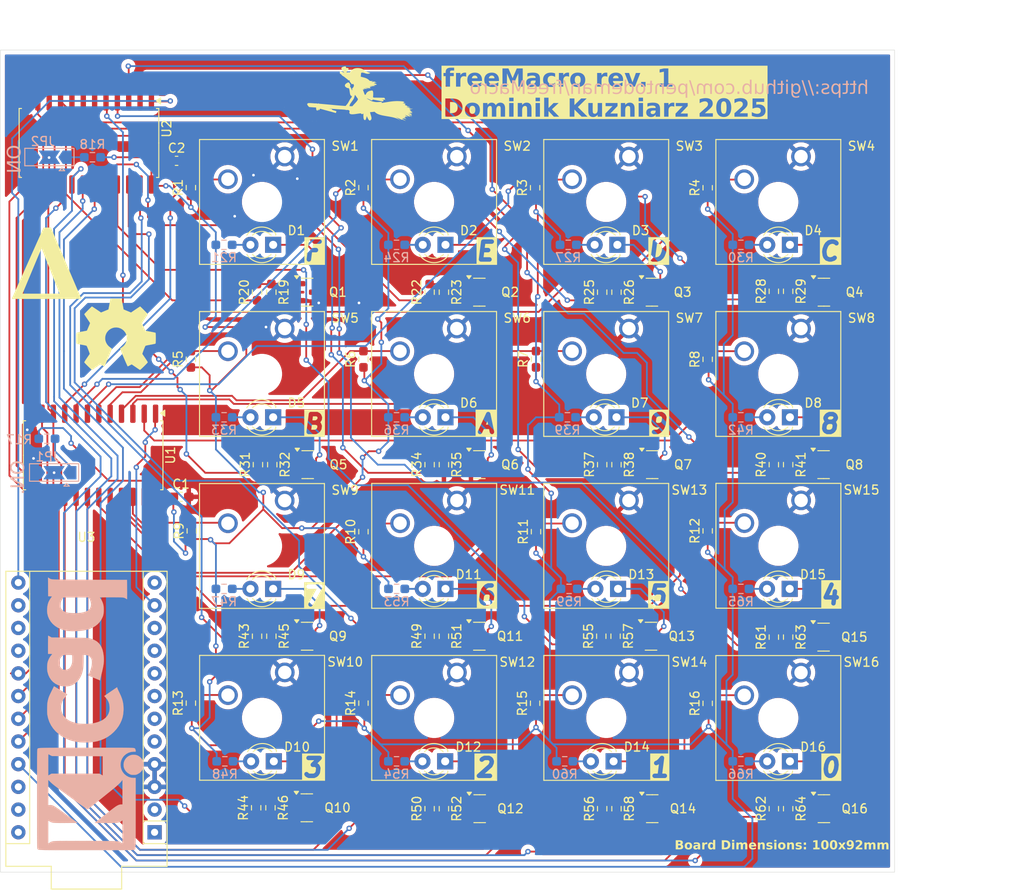
<source format=kicad_pcb>
(kicad_pcb (version 20241229) (generator "pcbnew") (generator_version "9.0")
  (layers (0 "F.Cu" signal) (2 "B.Cu" signal) (13 "F.Paste" user) (15 "B.Paste" user) (5 "F.SilkS" user "F.Silkscreen") (7 "B.SilkS" user "B.Silkscreen") (1 "F.Mask" user) (3 "B.Mask" user) (25 "Edge.Cuts" user))
  (net 0 "")
  (net 1 "GND")
  (net 2 "VCC")
  (net 3 "Net-(D1-A)")
  (net 4 "Net-(D1-K)")
  (net 5 "Net-(D2-K)")
  (net 6 "Net-(D2-A)")
  (net 7 "Net-(D3-K)")
  (net 8 "Net-(D3-A)")
  (net 9 "Net-(D4-A)")
  (net 10 "Net-(D4-K)")
  (net 11 "Net-(D5-K)")
  (net 12 "Net-(D5-A)")
  (net 13 "Net-(D6-A)")
  (net 14 "Net-(D6-K)")
  (net 15 "Net-(D7-A)")
  (net 16 "Net-(D7-K)")
  (net 17 "Net-(D8-A)")
  (net 18 "Net-(D8-K)")
  (net 19 "Net-(D9-K)")
  (net 20 "Net-(D9-A)")
  (net 21 "Net-(D10-K)")
  (net 22 "Net-(D10-A)")
  (net 23 "Net-(D11-K)")
  (net 24 "Net-(D11-A)")
  (net 25 "Net-(D12-A)")
  (net 26 "Net-(D12-K)")
  (net 27 "Net-(D13-A)")
  (net 28 "Net-(D13-K)")
  (net 29 "Net-(D14-K)")
  (net 30 "Net-(D14-A)")
  (net 31 "Net-(D15-A)")
  (net 32 "Net-(D15-K)")
  (net 33 "Net-(D16-A)")
  (net 34 "Net-(D16-K)")
  (net 35 "Net-(JP1-A)")
  (net 36 "Net-(JP1-C)")
  (net 37 "Net-(JP2-C)")
  (net 38 "Net-(JP2-A)")
  (net 39 "Net-(Q1-G)")
  (net 40 "Net-(Q2-G)")
  (net 41 "Net-(Q3-G)")
  (net 42 "Net-(Q4-G)")
  (net 43 "Net-(Q5-G)")
  (net 44 "Net-(Q6-G)")
  (net 45 "Net-(Q7-G)")
  (net 46 "Net-(Q8-G)")
  (net 47 "Net-(Q9-G)")
  (net 48 "Net-(Q10-G)")
  (net 49 "Net-(Q11-G)")
  (net 50 "Net-(Q12-G)")
  (net 51 "Net-(Q13-G)")
  (net 52 "Net-(Q14-G)")
  (net 53 "Net-(Q15-G)")
  (net 54 "Net-(Q16-G)")
  (net 55 "0")
  (net 56 "1")
  (net 57 "2")
  (net 58 "3")
  (net 59 "4")
  (net 60 "5")
  (net 61 "6")
  (net 62 "7")
  (net 63 "8")
  (net 64 "9")
  (net 65 "A")
  (net 66 "B")
  (net 67 "C")
  (net 68 "D")
  (net 69 "E")
  (net 70 "F")
  (net 71 "L0")
  (net 72 "L1")
  (net 73 "L2")
  (net 74 "L3")
  (net 75 "L4")
  (net 76 "L5")
  (net 77 "L6")
  (net 78 "L7")
  (net 79 "L8")
  (net 80 "LC")
  (net 81 "L9")
  (net 82 "LD")
  (net 83 "LA")
  (net 84 "LE")
  (net 85 "LB")
  (net 86 "LF")
  (net 87 "SEL0")
  (net 88 "SEL1")
  (net 89 "SEL3")
  (net 90 "SEL2")
  (net 91 "KEY")
  (net 92 "LED")
  (footprint "Resistor_SMD:R_0603_1608Metric_Pad0.98x0.95mm_HandSolder" (layer "F.Cu") (at 157.1 137.9 -90)
    (property "Reference" "R64")
    (property "Value" "100k")
  )
  (footprint "Button_Switch_Keyboard:SW_Cherry_MX_1.00u_Plate" (layer "F.Cu") (at 100.79 64.92)
    (property "Reference" "SW1")
    (property "Value" "0")
  )
  (footprint "Resistor_SMD:R_0603_1608Metric_Pad0.98x0.95mm_HandSolder" (layer "F.Cu") (at 155.5 99.4 90)
    (property "Reference" "R40")
    (property "Value" "10")
  )
  (footprint "Button_Switch_Keyboard:SW_Cherry_MX_1.00u_Plate" (layer "F.Cu") (at 139.29 64.92)
    (property "Reference" "SW3")
    (property "Value" "2")
  )
  (footprint "LED_THT:LED_D3.0mm" (layer "F.Cu") (at 157.3 74.8 180)
    (property "Reference" "D4")
    (property "Value" "LED")
  )
  (footprint "Button_Switch_Keyboard:SW_Cherry_MX_1.00u_Plate" (layer "F.Cu") (at 158.54 64.92)
    (property "Reference" "SW4")
    (property "Value" "3")
  )
  (footprint "LED_THT:LED_D3.0mm" (layer "F.Cu") (at 138 74.8 180)
    (property "Reference" "D3")
    (property "Value" "LED")
  )
  (footprint "Button_Switch_Keyboard:SW_Cherry_MX_1.00u_Plate" (layer "F.Cu") (at 139.29 84.17)
    (property "Reference" "SW7")
    (property "Value" "6")
  )
  (footprint "Package_TO_SOT_SMD:SOT-23" (layer "F.Cu") (at 161.0625 118.7)
    (property "Reference" "Q15")
    (property "Value" "2N7002")
  )
  (footprint "0Logos:marisa-bad-apple 20x11" (layer "F.Cu") (at 108.1 58.3)
    (property "Reference" "G***" (hide yes))
    (property "Value" "LOGO" (hide yes))
  )
  (footprint "Button_Switch_Keyboard:SW_Cherry_MX_1.00u_Plate" (layer "F.Cu") (at 100.8 122.65)
    (property "Reference" "SW10")
    (property "Value" "C")
  )
  (footprint "0Logos:Delta 10x10" (layer "F.Cu") (at 74.168 76.835)
    (property "Reference" "G***" (hide yes))
    (property "Value" "LOGO" (hide yes))
  )
  (footprint "Arduino:Sparkfun_Pro_Micro" (layer "F.Cu") (at 71 112.6)
    (property "Reference" "U3")
    (property "Value" "Sparkfun_Pro_Micro")
  )
  (footprint "LED_THT:LED_D3.0mm" (layer "F.Cu") (at 99.5 113.3 180)
    (property "Reference" "D9")
    (property "Value" "LED")
  )
  (footprint "LED_THT:LED_D3.0mm" (layer "F.Cu") (at 157.3 132.6 180)
    (property "Reference" "D16")
    (property "Value" "LED")
  )
  (footprint "Resistor_SMD:R_0603_1608Metric_Pad0.98x0.95mm_HandSolder" (layer "F.Cu") (at 137.9 137.9 -90)
    (property "Reference" "R58")
    (property "Value" "100k")
  )
  (footprint "Package_TO_SOT_SMD:SOT-23" (layer "F.Cu") (at 122.5625 118.6)
    (property "Reference" "Q11")
    (property "Value" "2N7002")
  )
  (footprint "Resistor_SMD:R_0603_1608Metric_Pad0.98x0.95mm_HandSolder" (layer "F.Cu") (at 99.2 137.8 -90)
    (property "Reference" "R46")
    (property "Value" "100k")
  )
  (footprint "Resistor_SMD:R_0603_1608Metric_Pad0.98x0.95mm_HandSolder" (layer "F.Cu") (at 155.5 118.7 90)
    (property "Reference" "R61")
    (property "Value" "10")
  )
  (footprint "Resistor_SMD:R_0603_1608Metric_Pad0.98x0.95mm_HandSolder" (layer "F.Cu") (at 90.3 126.0875 90)
    (property "Reference" "R13")
    (property "Value" "10k")
  )
  (footprint "Package_TO_SOT_SMD:SOT-23" (layer "F.Cu") (at 103.3625 99.4)
    (property "Reference" "Q5")
    (property "Value" "2N7002")
  )
  (footprint "Resistor_SMD:R_0603_1608Metric_Pad0.98x0.95mm_HandSolder" (layer "F.Cu") (at 148.1 68.4125 90)
    (property "Reference" "R4")
    (property "Value" "10k")
  )
  (footprint "Button_Switch_Keyboard:SW_Cherry_MX_1.00u_Plate" (layer "F.Cu") (at 100.79 103.42)
    (property "Reference" "SW9")
    (property "Value" "8")
  )
  (footprint "Package_TO_SOT_SMD:SOT-23" (layer "F.Cu") (at 141.9 99.4)
    (property "Reference" "Q7")
    (property "Value" "2N7002")
  )
  (footprint "Package_TO_SOT_SMD:SOT-23" (layer "F.Cu") (at 122.6 137.9)
    (property "Reference" "Q12")
    (property "Value" "2N7002")
  )
  (footprint "Package_SO:SOIC-24W_7.5x15.4mm_P1.27mm" (layer "F.Cu") (at 79.365 98.35 -90)
    (property "Reference" "U1")
    (property "Value" "CD74HC4067M")
  )
  (footprint "Capacitor_SMD:C_0603_1608Metric_Pad1.08x0.95mm_HandSolder" (layer "F.Cu") (at 88.7 65.4)
    (property "Reference" "C2")
    (property "Value" "100nF")
  )
  (footprint "LED_THT:LED_D3.0mm" (layer "F.Cu") (at 157.3 94.1 180)
    (property "Reference" "D8")
    (property "Value" "LED")
  )
  (footprint "Button_Switch_Keyboard:SW_Cherry_MX_1.00u_Plate" (layer "F.Cu") (at 100.79 84.17)
    (property "Reference" "SW5")
    (property "Value" "4")
  )
  (footprint "Resistor_SMD:R_0603_1608Metric_Pad0.98x0.95mm_HandSolder" (layer "F.Cu") (at 128.9 87.6 90)
    (property "Reference" "R7")
    (property "Value" "10k")
  )
  (footprint "Resistor_SMD:R_0603_1608Metric_Pad0.98x0.95mm_HandSolder" (layer "F.Cu") (at 137.9 99.4 -90)
    (property "Reference" "R38")
    (property "Value" "100k")
  )
  (footprint "Resistor_SMD:R_0603_1608Metric_Pad0.98x0.95mm_HandSolder" (layer "F.Cu") (at 118.6 118.6 -90)
    (property "Reference" "R51")
    (property "Value" "100k")
  )
  (footprint "Button_Switch_Keyboard:SW_Cherry_MX_1.00u_Plate" (layer "F.Cu") (at 120.04 64.92)
    (property "Reference" "SW2")
    (property "Value" "1")
  )
  (footprint "Button_Switch_Keyboard:SW_Cherry_MX_1.00u_Plate" (layer "F.Cu") (at 158.54 84.17)
    (property "Reference" "SW8")
    (property "Value" "7")
  )
  (footprint "LED_THT:LED_D3.0mm" (layer "F.Cu") (at 99.5 94.1 180)
    (property "Reference" "D5")
    (property "Value" "LED")
  )
  (footprint "Resistor_SMD:R_0603_1608Metric_Pad0.98x0.95mm_HandSolder" (layer "F.Cu") (at 157.1 118.7 -90)
    (property "Reference" "R63")
    (property "Value" "100k")
  )
  (footprint "Package_TO_SOT_SMD:SOT-23" (layer "F.Cu") (at 122.5625 99.4)
    (property "Reference" "Q6")
    (property "Value" "2N7002")
  )
  (footprint "Package_TO_SOT_SMD:SOT-23" (layer "F.Cu") (at 161.1 80.1)
    (property "Reference" "Q4")
    (property "Value" "2N7002")
  )
  (footprint "Package_TO_SOT_SMD:SOT-23" (layer "F.Cu") (at 141.9 137.9)
    (property "Reference" "Q14")
    (property "Value" "2N7002")
  )
  (footprint "Resistor_SMD:R_0603_1608Metric_Pad0.98x0.95mm_HandSolder" (layer "F.Cu") (at 118.6 80.1 -90)
    (property "Reference" "R23")
    (property "Value" "100k")
  )
  (footprint "Resistor_SMD:R_0603_1608Metric_Pad0.98x0.95mm_HandSolder" (layer "F.Cu") (at 117 137.9 90)
    (property "Reference" "R50")
    (property "Value" "10")
  )
  (footprint "Resistor_SMD:R_0603_1608Metric_Pad0.98x0.95mm_HandSolder" (layer "F.Cu") (at 109.6 106.9 90)
    (property "Reference" "R10")
    (property "Value" "10k")
  )
  (footprint "LED_THT:LED_D3.0mm" (layer "F.Cu") (at 99.5 74.8 180)
    (property "Reference" "D1")
    (property "Value" "LED")
  )
  (footprint "Package_TO_SOT_SMD:SOT-23" (layer "F.Cu") (at 141.8625 80.1)
    (property "Reference" "Q3")
    (property "Value" "2N7002")
  )
  (footprint "Resistor_SMD:R_0603_1608Metric_Pad0.98x0.95mm_HandSolder" (layer "F.Cu") (at 117 99.4 90)
    (property "Reference" "R34")
    (property "Value" "10")
  )
  (footprint "Package_TO_SOT_SMD:SOT-23" (layer "F.Cu") (at 161.1 137.9)
    (property "Reference" "Q16")
    (property "Value" "2N7002")
  )
  (footprint "Resistor_SMD:R_0603_1608Metric_Pad0.98x0.95mm_HandSolder" (layer "F.Cu") (at 148.1 87.6125 90)
    (property "Reference" "R8")
    (property "Value" "10k")
  )
  (footprint "Resistor_SMD:R_0603_1608Metric_Pad0.98x0.95mm_HandSolder" (layer "F.Cu") (at 99.4 99.4 -90)
    (property "Reference" "R32")
    (property "Value" "100k")
  )
  (footprint "LED_THT:LED_D3.0mm" (layer "F.Cu") (at 137.9 94.1 180)
    (property "Reference" "D7")
    (property "Value" "LED")
  )
  (footprint "Resistor_SMD:R_0603_1608Metric_Pad0.98x0.95mm_HandSolder" (layer "F.Cu") (at 99.3 118.6 -90)
    (property "Reference" "R45")
    (property "Value" "100k")
  )
  (footprint "Resistor_SMD:R_0603_1608Metric_Pad0.98x0.95mm_HandSolder" (layer "F.Cu") (at 155.5 80 90)
    (property "Reference" "R28")
    (property "Value" "10")
  )
  (footprint "Resistor_SMD:R_0603_1608Metric_Pad0.98x0.95mm_HandSolder" (layer "F.Cu") (at 90.4 106.8125 90)
    (property "Reference" "R9")
    (property "Value" "10k")
  )
  (footprint "Button_Switch_Keyboard:SW_Cherry_MX_1.00u_Plate" (layer "F.Cu") (at 120.05 103.41)
    (property "Reference" "SW11")
    (property "Value" "9")
  )
  (footprint "Resistor_SMD:R_0603_1608Metric_Pad0.98x0.95mm_HandSolder" (layer "F.Cu") (at 137.8 118.6 -90)
    (property "Reference" "R57")
    (property "Value" "100k")
  )
  (footprint "Button_Switch_Keyboard:SW_Cherry_MX_1.00u_Plate" (layer "F.Cu") (at 158.55 103.4)
    (property "Reference" "SW15")
    (property "Value" "B")
  )
  (footprint "Resistor_SMD:R_0603_1608Metric_Pad0.98x0.95mm_HandSolder" (layer "F.Cu") (at 109.6 68.4 90)
    (property "Reference" "R2")
    (property "Value" "10k")
  )
  (footprint "Resistor_SMD:R_0603_1608Metric_Pad0.98x0.95mm_HandSolder" (layer "F.Cu") (at 99.3 80.1 -90)
    (property "Reference" "R19")
    (property "Value" "100k")
  )
  (footprint "Resistor_SMD:R_0603_1608Metric_Pad0.98x0.95mm_HandSolder" (layer "F.Cu") (at 109.6 87.6 90)
    (property "Reference" "R6")
    (property "Value" "10k")
  )
  (footprint "Package_TO_SOT_SMD:SOT-23" (layer "F.Cu") (at 103.3 118.6)
    (property "Reference" "Q9")
    (property "Value" "2N7002")
  )
  (footprint "Button_Switch_Keyboard:SW_Cherry_MX_1.00u_Plate" (layer "F.Cu") (at 120.05 122.66)
    (property "Reference" "SW12")
    (property "Value" "D")
  )
  (footprint "Resistor_SMD:R_0603_1608Metric_Pad0.98x0.95mm_HandSolder" (layer "F.Cu") (at 136.3 137.9 90)
    (property "Reference" "R56")
    (property "Value" "10")
  )
  (footprint "Resistor_SMD:R_0603_1608Metric_Pad0.98x0.95mm_HandSolder" (layer "F.Cu") (at 90.3 87.6 90)
    (property "Reference" "R5")
    (property "Value" "10k")
  )
  (footprint "Package_TO_SOT_SMD:SOT-23" (layer "F.Cu") (at 122.5625 80.1)
    (property "Reference" "Q2")
    (property "Value" "2N7002")
  )
  (footprint "Resistor_SMD:R_0603_1608Metric_Pad0.98x0.95mm_HandSolder" (layer "F.Cu") (at 90.3 68.4 90)
    (property "Reference" "R1")
    (property "Value" "10k")
  )
  (footprint "Resistor_SMD:R_0603_1608Metric_Pad0.98x0.95mm_HandSolder" (layer "F.Cu") (at 128.8 68.4125 90)
    (property "Reference" "R3")
    (property "Value" "10k")
  )
  (footprint "Resistor_SMD:R_0603_1608Metric_Pad0.98x0.95mm_HandSolder" (layer "F.Cu") (at 128.9 106.9 90)
    (property "Reference" "R11")
    (property "Value" "10k")
  )
  (footprint "LED_THT:LED_D3.0mm" (layer "F.Cu") (at 118.775 113.3 180)
    (property "Reference" "D11")
    (property "Value" "LED")
  )
  (footprint "Resistor_SMD:R_0603_1608Metric_Pad0.98x0.95mm_HandSolder" (layer "F.Cu") (at 155.5 137.9 90)
    (property "Reference" "R62")
    (property "Value" "10")
  )
  (footprint "Symbol:OSHW-Symbol_8.9x8mm_SilkScreen" (layer "F.Cu") (at 81.915 84.836)
    (property "Reference" "REF**" (hide yes))
    (property "Value" "OSHW-Symbol_8.9x8mm_SilkScreen" (hide yes))
  )
  (footprint "Package_SO:SOIC-24W_7.5x15.4mm_P1.27mm" (layer "F.Cu") (at 78.9 63.4 -90)
    (property "Reference" "U2")
    (property "Value" "CD74HC4067M")
  )
  (footprint "Resistor_SMD:R_0603_1608Metric_Pad0.98x0.95mm_HandSolder" (layer "F.Cu") (at 148.1 126.1125 90)
    (property "Reference" "R16")
    (property "Value" "10k")
  )
  (footprint "Button_Switch_Keyboard:SW_Cherry_MX_1.00u_Plate" (layer "F.Cu") (at 120.04 84.17)
    (property "Reference" "SW6")
    (property "Value" "5")
  )
  (footprint "Resistor_SMD:R_0603_1608Metric_Pad0.98x0.95mm_HandSolder" (layer "F.Cu") (at 157.1 99.4 -90)
    (property "Reference" "R41")
    (property "Value" "100k")
  )
  (footprint "Resistor_SMD:R_0603_1608Metric_Pad0.98x0.95mm_HandSolder" (layer "F.Cu") (at 97.7 80.1 90)
    (property "Reference" "R20")
    (property "Value" "10")
  )
  (footprint "Button_Switch_Keyboard:SW_Cherry_MX_1.00u_Plate" (layer "F.Cu") (at 139.29 103.41)
    (property "Reference" "SW13")
    (property "Value" "A")
  )
  (footprint "Resistor_SMD:R_0603_1608Metric_Pad0.98x0.95mm_HandSolder" (layer "F.Cu") (at 97.6 137.8 90)
    (property "Reference" "R44")
    (property "Value" "10")
  )
  (footprint "Capacitor_SMD:C_0603_1608Metric_Pad1.08x0.95mm_HandSolder" (layer "F.Cu") (at 89.2 103)
    (property "Reference" "C1")
    (property "Value" "100nF")
  )
  (footprint "Resistor_SMD:R_0603_1608Metric_Pad0.98x0.95mm_HandSolder" (layer "F.Cu") (at 128.8 126.1 90)
    (property "Reference" "R15")
    (property "Value" "10k")
  )
  (footprint "Resistor_SMD:R_0603_1608Metric_Pad0.98x0.95mm_HandSolder" (layer "F.Cu") (at 97.7 118.6 90)
    (property "Reference" "R43")
    (property "Value" "10")
  )
  (footprint "Package_TO_SOT_SMD:SOT-23" (layer "F.Cu") (at 103.2625 137.8)
    (property "Reference" "Q10")
    (property "Value" "2N7002")
  )
  (footprint "Resistor_SMD:R_0603_1608Metric_Pad0.98x0.95mm_HandSolder" (layer "F.Cu") (at 118.6 99.4 -90)
    (property "Reference" "R35")
    (property "Value" "100k")
  )
  (footprint "Resistor_SMD:R_0603_1608Metric_Pad0.98x0.95mm_HandSolder" (layer "F.Cu") (at 117 118.6 90)
    (property "Reference" "R49")
    (property "Value" "10")
  )
  (footprint "Resistor_SMD:R_0603_1608Metric_Pad0.98x0.95mm_HandSolder" (layer "F.Cu") (at 97.8 99.4 90)
    (property "Reference" "R31")
    (property "Value" "10")
  )
  (footprint "Resistor_SMD:R_0603_1608Metric_Pad0.98x0.95mm_HandSolder" (layer "F.Cu") (at 148.1 106.8125 90)
    (property "Reference" "R12")
    (property "Value" "10k")
  )
  (footprint "Resistor_SMD:R_0603_1608Metric_Pad0.98x0.95mm_HandSolder" (layer "F.Cu") (at 136.2 118.6 90)
    (property "Reference" "R55")
    (property "Value" "10")
  )
  (footprint "LED_THT:LED_D3.0mm" (layer "F.Cu") (at 118.775 94.1 180)
    (property "Reference" "D6")
    (property "Value" "LED")
  )
  (footprint "LED_THT:LED_D3.0mm" (layer "F.Cu") (at 99.575 132.6 180)
    (property "Reference" "D10")
    (property "Value" "LED")
  )
  (footprint "Resistor_SMD:R_0603_1608Metric_Pad0.98x0.95mm_HandSolder" (layer "F.Cu") (at 117 80.1 90)
    (property "Reference" "R22")
    (property "Value" "10")
  )
  (footprint "Package_TO_SOT_SMD:SOT-23" (layer "F.Cu") (at 141.7625 118.6)
    (property "Reference" "Q13")
    (property "Value" "2N7002")
  )
  (footprint "Resistor_SMD:R_0603_1608Metric_Pad0.98x0.95mm_HandSolder" (layer "F.Cu") (at 136.3 99.4 90)
    (property "Reference" "R37")
    (property "Value" "10")
  )
  (footprint "LED_THT:LED_D3.0mm" (layer "F.Cu") (at 138.075 113.3 180)
    (property "Reference" "D13")
    (property "Value" "LED")
  )
  (footprint "Resistor_SMD:R_0603_1608Metric_Pad0.98x0.95mm_HandSolder" (layer "F.Cu") (at 118.6 137.9 -90)
    (property "Reference" "R52")
    (property "Value" "100k")
  )
  (footprint "Resistor_SMD:R_0603_1608Metric_Pad0.98x0.95mm_HandSolder" (layer "F.Cu") (at 137.9 80.1 -90)
    (property "Reference" "R26")
    (property "Value" "100k")
  )
  (footprint "Package_TO_SOT_SMD:SOT-23" (layer "F.Cu") (at 103.3 80.1)
    (property "Reference" "Q1")
    (property "Value" "2N7002")
  )
  (footprint "LED_THT:LED_D3.0mm" (layer "F.Cu") (at 157.275 113.3 180)
    (property "Reference" "D15")
    (property "Value" "LED")
  )
  (footprint "Resistor_SMD:R_0603_1608Metric_Pad0.98x0.95mm_HandSolder" (layer "F.Cu") (at 157.1 80 -90)
    (property "Reference" "R29")
    (property "Value" "100k")
  )
  (footprint "LED_THT:LED_D3.0mm" (layer "F.Cu") (at 118.74 132.6 180)
    (property "Reference" "D12")
    (property "Value" "LED")
  )
  (footprint "LED_THT:LED_D3.0mm" (layer "F.Cu") (at 137.575 132.6 180)
    (property "Reference" "D14")
    (property "Value" "LED")
  )
  (footprint "Resistor_SMD:R_0603_1608Metric_Pad0.98x0.95mm_HandSolder" (layer "F.Cu") (at 136.3 80.1 90)
    (property "Reference" "R25")
    (property "Value" "10")
  )
  (footprint "Package_TO_SOT_SMD:SOT-23" (layer "F.Cu") (at 161.0625 99.4)
    (property "Reference" "Q8")
    (property "Value" "2N7002")
  )
  (footprint "Resistor_SMD:R_0603_1608Metric_Pad0.98x0.95mm_HandSolder" (layer "F.Cu") (at 109.6 126.0875 90)
    (property "Reference" "R14")
    (property "Value" "10k")
  )
  (footprint "Button_Switch_Keyboard:SW_Cherry_MX_1.00u_Plate" (layer "F.Cu") (at 139.3 122.66)
    (property "Reference" "SW14")
    (property "Value" "E")
  )
  (footprint "LED_THT:LED_D3.0mm" (layer "F.Cu") (at 118.775 74.8 180)
    (property "Reference" "D2")
    (property "Value" "LED")
  )
  (footprint "Button_Switch_Keyboard:SW_Cherry_MX_1.00u_Plate" (layer "F.Cu") (at 158.54 122.67)
    (property "Reference" "SW16")
    (property "Value" "F")
  )
  (footprint "Resistor_SMD:R_0603_1608Metric_Pad0.98x0.95mm_HandSolder" (layer "B.Cu") (at 94 74.8)
    (property "Reference" "R21")
    (property "Value" "200")
  )
  (footprint "Resistor_SMD:R_0603_1608Metric_Pad0.98x0.95mm_HandSolder" (layer "B.Cu") (at 113.3 74.8)
    (property "Reference" "R24")
    (property "Value" "200")
  )
  (footprint "Resistor_SMD:R_0603_1608Metric_Pad0.98x0.95mm_HandSolder" (layer "B.Cu") (at 151.8125 74.8)
    (property "Reference" "R30")
    (property "Value" "200")
  )
  (footprint "Resistor_SMD:R_0603_1608Metric_Pad0.98x0.95mm_HandSolder" (layer "B.Cu") (at 113.3 132.6)
    (property "Reference" "R54")
    (property "Value" "200")
  )
  (footprint "Resistor_SMD:R_0603_1608Metric_Pad0.98x0.95mm_HandSolder" (layer "B.Cu") (at 132.5 74.8)
    (property "Reference" "R27")
    (property "Value" "200")
  )
  (footprint "Symbol:KiCad-Logo_12mm_SilkScreen" (layer "B.Cu") (at 79.1 127.3 90)
    (property "Reference" "REF**" (hide yes))
    (property "Value" "KiCad-Logo_12mm_SilkScreen" (hide yes))
  )
  (footprint "Resistor_SMD:R_0603_1608Metric_Pad0.98x0.95mm_HandSolder" (layer "B.Cu") (at 151.8125 113.3)
    (property "Reference" "R65")
    (property "Value" "200")
  )
  (footprint "Resistor_SMD:R_0603_1608Metric_Pad0.98x0.95mm_HandSolder" (layer "B.Cu") (at 113.3 94.1)
    (property "Reference" "R36")
    (property "Value" "200")
  )
  (footprint "Resistor_SMD:R_0603_1608Metric_Pad0.98x0.95mm_HandSolder" (layer "B.Cu") (at 132.4125 94.1)
    (property "Reference" "R39")
    (property "Value" "200")
  )
  (footprint "Resistor_SMD:R_0603_1608Metric_Pad0.98x0.95mm_HandSolder" (layer "B.Cu") (at 151.8125 94.1)
    (property "Reference" "R42")
    (property "Value" "200")
  )
  (footprint "Resistor_SMD:R_0603_1608Metric_Pad0.98x0.95mm_HandSolder" (layer "B.Cu") (at 74.2 96.5)
    (property "Reference" "R17")
    (property "Value" "10k")
  )
  (footprint "Jumper:SolderJumper-3_P2.0mm_Open_TrianglePad1.0x1.5mm" (layer "B.Cu") (at 74.475 65 180)
    (property "Reference" "JP2")
    (property "Value" "E")
  )
  (footprint "Resistor_SMD:R_0603_1608Metric_Pad0.98x0.95mm_HandSolder" (layer "B.Cu") (at 79.2875 65 180)
    (property "Reference" "R18")
    (property "Value" "10k")
  )
  (footprint "Jumper:SolderJumper-3_P2.0mm_Open_TrianglePad1.0x1.5mm" (layer "B.Cu") (at 75 100.3 180)
    (property "Reference" "JP1")
    (property "Value" "E")
  )
  (footprint "Resistor_SMD:R_0603_1608Metric_Pad0.98x0.95mm_HandSolder" (layer "B.Cu") (at 113.3125 113.3)
    (property "Reference" "R53")
    (property "Value" "200")
  )
  (footprint "Resistor_SMD:R_0603_1608Metric_Pad0.98x0.95mm_HandSolder" (layer "B.Cu") (at 94.1 132.6)
    (property "Reference" "R48")
    (property "Value" "200")
  )
  (footprint "Resistor_SMD:R_0603_1608Metric_Pad0.98x0.95mm_HandSolder" (layer "B.Cu") (at 132.6 113.3)
    (property "Reference" "R59")
    (property "Value" "200")
  )
  (footprint "Resistor_SMD:R_0603_1608Metric_Pad0.98x0.95mm_HandSolder" (layer "B.Cu") (at 151.8125 132.6)
    (property "Reference" "R66")
    (property "Value" "200")
  )
  (footprint "Resistor_SMD:R_0603_1608Metric_Pad0.98x0.95mm_HandSolder" (layer "B.Cu") (at 94.0125 113.3)
    (property "Reference" "R47")
    (property "Value" "200")
  )
  (footprint "Resistor_SMD:R_0603_1608Metric_Pad0.98x0.95mm_HandSolder" (layer "B.Cu") (at 132.1125 132.6)
    (property "Reference" "R60")
    (property "Value" "200")
  )
  (footprint "Resistor_SMD:R_0603_1608Metric_Pad0.98x0.95mm_HandSolder" (layer "B.Cu") (at 94.0125 94.1)
    (property "Reference" "R33")
    (property "Value" "200")
  )
  (gr_rect (start 69 53) (end 169 145) (stroke (width 0.05)) (fill no) (layer "Edge.Cuts"))
  (gr_text "6" (at 123.317 115.189 0) (layer "F.SilkS" knockout) (effects (font (size 2 2) (thickness 0.5) (bold yes) (italic yes)) (justify bottom)))
  (gr_text "Board Dimensions: 100x92mm" (at 144.399 142.621 0) (layer "F.SilkS") (effects (font (size 1 1) (thickness 0.2) (bold yes) (italic yes)) (justify left bottom)))
  (gr_text "4" (at 161.798 115.189 0) (layer "F.SilkS" knockout) (effects (font (size 2 2) (thickness 0.5) (bold yes) (italic yes)) (justify bottom)))
  (gr_text "2" (at 123.19 134.493 0) (layer "F.SilkS" knockout) (effects (font (size 2 2) (thickness 0.5) (bold yes) (italic yes)) (justify bottom)))
  (gr_text "0" (at 161.798 134.493 0) (layer "F.SilkS" knockout) (effects (font (size 2 2) (thickness 0.5) (bold yes) (italic yes)) (justify bottom)))
  (gr_text "freeMacro rev. 1\nDominik Kuzniarz 2025" (at 118.5 60.8 0) (layer "F.SilkS" knockout) (effects (font (size 2 2) (thickness 0.4) (bold yes) (italic yes)) (justify left bottom)))
  (gr_text "3" (at 103.886 134.493 0) (layer "F.SilkS" knockout) (effects (font (size 2 2) (thickness 0.5) (bold yes) (italic yes)) (justify bottom)))
  (gr_text "7" (at 103.886 115.316 0) (layer "F.SilkS" knockout) (effects (font (size 2 2) (thickness 0.5) (bold yes) (italic yes)) (justify bottom)))
  (gr_text "F" (at 103.886 76.708 0) (layer "F.SilkS" knockout) (effects (font (size 2 2) (thickness 0.5) (bold yes) (italic yes)) (justify bottom)))
  (gr_text "A" (at 123.317 96.012 0) (layer "F.SilkS" knockout) (effects (font (size 2 2) (thickness 0.5) (bold yes) (italic yes)) (justify bottom)))
  (gr_text "1" (at 142.748 134.493 0) (layer "F.SilkS" knockout) (effects (font (size 2 2) (thickness 0.5) (bold yes) (italic yes)) (justify bottom)))
  (gr_text "C" (at 161.671 76.708 0) (layer "F.SilkS" knockout) (effects (font (size 2 2) (thickness 0.5) (bold yes) (italic yes)) (justify bottom)))
  (gr_text "9" (at 142.494 96.012 0) (layer "F.SilkS" knockout) (effects (font (size 2 2) (thickness 0.5) (bold yes) (italic yes)) (justify bottom)))
  (gr_text "B" (at 104.013 96.012 0) (layer "F.SilkS" knockout) (effects (font (size 2 2) (thickness 0.5) (bold yes) (italic yes)) (justify bottom)))
  (gr_text "D" (at 142.494 76.708 0) (layer "F.SilkS" knockout) (effects (font (size 2 2) (thickness 0.5) (bold yes) (italic yes)) (justify bottom)))
  (gr_text "5" (at 142.494 115.189 0) (layer "F.SilkS" knockout) (effects (font (size 2 2) (thickness 0.5) (bold yes) (italic yes)) (justify bottom)))
  (gr_text "8" (at 161.671 96.012 0) (layer "F.SilkS" knockout) (effects (font (size 2 2) (thickness 0.5) (bold yes) (italic yes)) (justify bottom)))
  (gr_text "E" (at 123.19 76.708 0) (layer "F.SilkS" knockout) (effects (font (size 2 2) (thickness 0.5) (bold yes) (italic yes)) (justify bottom)))
  (gr_text "ON." (at 71.9 98.9 90) (layer "B.SilkS") (effects (font (size 1.5 1.5) (thickness 0.1)) (justify left bottom mirror)))
  (gr_text "ON." (at 71.5 63.6 90) (layer "B.SilkS") (effects (font (size 1.5 1.5) (thickness 0.1)) (justify left bottom mirror)))
  (gr_text "https://github.com/pentodeman/freeMacro" (at 166.116 58.166 0) (layer "B.SilkS") (effects (font (size 1.5 1.5) (thickness 0.1)) (justify left bottom mirror)))
  (via (at 109.1 81.3) (size 0.6) (drill 0.3) (layers "F.Cu" "B.Cu") (net 1))
  (via (at 72 95.5) (size 0.6) (drill 0.3) (layers "F.Cu" "B.Cu") (net 1))
  (via (at 98.7 84) (size 0.6) (drill 0.3) (layers "F.Cu" "B.Cu") (net 1))
  (via (at 97.3 67) (size 0.6) (drill 0.3) (layers "F.Cu" "B.Cu") (net 1))
  (via (at 104.6 81.3) (size 0.6) (drill 0.3) (layers "F.Cu" "B.Cu") (net 1))
  (via (at 95.2 71.6) (size 0.6) (drill 0.3) (layers "F.Cu" "B.Cu") (net 1))
  (via (at 72.7 98.7) (size 0.6) (drill 0.3) (layers "F.Cu" "B.Cu") (net 1))
  (via (at 102.2 67.4) (size 0.6) (drill 0.3) (layers "F.Cu" "B.Cu") (net 1))
  (segment (start 128.9 109.3) (end 128.9 107.8125) (width 0.2) (layer "F.Cu") (net 2))
  (segment (start 90.4 128.9) (end 90.4 127.1) (width 0.2) (layer "F.Cu") (net 2))
  (segment (start 87.5 68.2) (end 86.035 68.2) (width 0.2) (layer "F.Cu") (net 2))
  (segment (start 94.6 108.2) (end 92.9 108.2) (width 0.2) (layer "F.Cu") (net 2))
  (segment (start 128 100) (end 128 99.9) (width 0.2) (layer "F.Cu") (net 2))
  (segment (start 92.3 130.8) (end 101.9 130.8) (width 0.2) (layer "F.Cu") (net 2))
  (segment (start 100.5 106.5) (end 98.4 104.4) (width 0.2) (layer "F.Cu") (net 2))
  (segment (start 111.6 85.7) (end 111.6 83.5) (width 0.2) (layer "F.Cu") (net 2))
  (segment (start 85 65) (end 81.7 65) (width 0.2) (layer "F.Cu") (net 2))
  (segment (start 85.885 68.05) (end 85.885 65.885) (width 0.2) (layer "F.Cu") (net 2))
  (segment (start 98.4 104.4) (end 94.6 108.2) (width 0.2) (layer "F.Cu") (net 2))
  (segment (start 85.7 101.2) (end 81.1 101.2) (width 0.2) (layer "F.Cu") (net 2))
  (segment (start 129.1 80.6) (end 129.1 71.3) (width 0.2) (layer "F.Cu") (net 2))
  (segment (start 109.7 90) (end 109.7 88.6125) (width 0.2) (layer "F.Cu") (net 2))
  (segment (start 109.5 100.8) (end 103.8 106.5) (width 0.2) (layer "F.Cu") (net 2))
  (segment (start 111.3 97.9) (end 110.2 97.9) (width 0.2) (layer "F.Cu") (net 2))
  (segment (start 85.885 68.05) (end 87.8375 66.0975) (width 0.2) (layer "F.Cu") (net 2))
  (segment (start 128.9 90.1) (end 128.9 88.5125) (width 0.2) (layer "F.Cu") (net 2))
  (segment (start 90.4 127.1) (end 90.3 127) (width 0.2) (layer "F.Cu") (net 2))
  (segment (start 109.7 128.9) (end 109.7 127.1) (width 0.2) (layer "F.Cu") (net 2))
  (segment (start 86.035 68.2) (end 85.885 68.05) (width 0.2) (layer "F.Cu") (net 2))
  (segment (start 128.9 128.8) (end 128.9 127.1125) (width 0.2) (layer "F.Cu") (net 2))
  (segment (start 109.7 127.1) (end 109.6 127) (width 0.2) (layer "F.Cu") (net 2))
  (segment (start 95.3 84) (end 96.5 85.2) (width 0.2) (layer "F.Cu") (net 2))
  (segment (start 130.6 102.6) (end 128 100) (width 0.2) (layer "F.Cu") (net 2))
  (segment (start 85.885 65.885) (end 85 65) (width 0.2) (layer "F.Cu") (net 2))
  (segment (start 103.8 106.5) (end 102.7 106.5) (width 0.2) (layer "F.Cu") (net 2))
  (segment (start 148.2 89.9) (end 148.2 88.625) (width 0.2) (layer "F.Cu") (net 2))
  (segment (start 88.3375 103) (end 88.3375 104.6375) (width 0.2) (layer "F.Cu") (net 2))
  (segment (start 129.1 71.3) (end 128.9 71.1) (width 0.2) (layer "F.Cu") (net 2))
  (segment (start 111.6 83.5) (end 111.2 83.1) (width 0.2) (layer "F.Cu") (net 2))
  (segment (start 128.9 69.425) (end 128.8 69.325) (width 0.2) (layer "F.Cu") (net 2))
  (segment (start 92.4 91.1) (end 92.4 89.4) (width 0.2) (layer "F.Cu") (net 2))
  (segment (start 92.4 89.4) (end 91.5125 88.5125) (width 0.2) (layer "F.Cu") (net 2))
  (segment (start 93.1 119.7) (end 93.1 123) (width 0.2) (layer "F.Cu") (net 2))
  (segment (start 88.3375 104.6375) (end 88.4 104.7) (width 0.2) (layer "F.Cu") (net 2))
  (segment (start 89.7 109.3) (end 89.7 108.425) (width 0.2) (layer "F.Cu") (net 2))
  (segment (start 86.35 103) (end 88.3375 103) (width 0.2) (layer "F.Cu") (net 2))
  (segment (start 148.1 70.8) (end 148.1 69.325) (width 0.2) (layer "F.Cu") (net 2))
  (segment (start 148.1 109.2) (end 148.1 107.725) (width 0.2) (layer "F.Cu") (net 2))
  (segment (start 128.9 71.1) (end 128.9 69.425) (width 0.2) (layer "F.Cu") (net 2))
  (segment (start 96.5 87.2) (end 92.6 91.1) (width 0.2) (layer "F.Cu") (net 2))
  (segment (start 93.1 123) (end 92.4 123.7) (width 0.2) (layer "F.Cu") (net 2))
  (segment (start 89.7 108.425) (end 90.4 107.725) (width 0.2) (layer "F.Cu") (net 2))
  (segment (start 101.9 130.8) (end 104.6 128.1) (width 0.2) (layer "F.Cu") (net 2))
  (segment (start 91.9 84) (end 95.3 84) (width 0.2) (layer "F.Cu") (net 2))
  (segment (start 96.5 85.2) (end 96.5 87.2) (width 0.2) (layer "F.Cu") (net 2))
  (segment (start 87.8375 66.0975) (end 87.8375 65.4) (width 0.2) (layer "F.Cu") (net 2))
  (segment (start 98.4 102.5) (end 98.4 104.4) (width 0.2) (layer "F.Cu") (net 2))
  (segment (start 109.7 88.6125) (end 109.6 88.5125) (width 0.2) (layer "F.Cu") (net 2))
  (segment (start 91.5125 88.5125) (end 90.3 88.5125) (width 0.2) (layer "F.Cu") (net 2))
  (segment (start 86.35 103) (end 86.35 101.85) (width 0.2) (layer "F.Cu") (net 2))
  (segment (start 128.9 127.1125) (end 128.8 127.0125) (width 0.2) (layer "F.Cu") (net 2))
  (segment (start 109.6 109.7) (end 109.6 107.8125) (width 0.2) (layer "F.Cu") (net 2))
  (segment (start 92.6 91.1) (end 92.4 91.1) (width 0.2) (layer "F.Cu") (net 2))
  (segment (start 102.7 106.5) (end 100.5 106.5) (width 0.2) (layer "F.Cu") (net 2))
  (segment (start 92.9 108.2) (end 92.5 107.8) (width 0.2) (layer "F.Cu") (net 2))
  (segment (start 90.4 128.9) (end 92.3 130.8) (width 0.2) (layer "F.Cu") (net 2))
  (segment (start 92.5 107.8) (end 92.425 107.725) (width 0.2) (layer "F.Cu") (net 2))
  (segment (start 86.35 101.85) (end 85.7 101.2) (width 0.2) (layer "F.Cu") (net 2))
  (segment (start 90.3 70.6) (end 90.3 69.3125) (width 0.2) (layer "F.Cu") (net 2))
  (segment (start 81.1 101.2) (end 76.9 97) (width 0.2) (layer "F.Cu") (net 2))
  (segment (start 148.2 88.625) (end 148.1 88.525) (width 0.2) (layer "F.Cu") (net 2))
  (segment (start 92.425 107.725) (end 90.4 107.725) (width 0.2) (layer "F.Cu") (net 2))
  (segment (start 110.2 97.9) (end 109.5 98.6) (width 0.2) (layer "F.Cu") (net 2))
  (segment (start 109.6 70.7) (end 109.6 69.3125) (width 0.2) (layer "F.Cu") (net 2))
  (segment (start 148.2 127.125) (end 148.1 127.025) (width 0.2) (layer "F.Cu") (net 2))
  (segment (start 128 99.8) (end 128 99.9) (width 0.2) (layer "F.Cu") (net 2))
  (segment (start 148.2 128.7) (end 148.2 127.125) (width 0.2) (layer "F.Cu") (net 2))
  (via (at 109.7 128.9) (size 0.6) (drill 0.3) (layers "F.Cu" "B.Cu") (net 2))
  (via (at 87.5 68.2) (size 0.6) (drill 0.3) (layers "F.Cu" "B.Cu") (net 2))
  (via (at 104.6 128.1) (size 0.6) (drill 0.3) (layers "F.Cu" "B.Cu") (net 2))
  (via (at 148.1 109.2) (size 0.6) (drill 0.3) (layers "F.Cu" "B.Cu") (net 2))
  (via (at 130.6 102.6) (size 0.6) (drill 0.3) (layers "F.Cu" "B.Cu") (net 2))
  (via (at 109.7 90) (size 0.6) (drill 0.3) (layers "F.Cu" "B.Cu") (net 2))
  (via (at 128.9 109.3) (size 0.6) (drill 0.3) (layers "F.Cu" "B.Cu") (net 2))
  (via (at 89.7 109.3) (size 0.6) (drill 0.3) (layers "F.Cu" "B.Cu") (net 2))
  (via (at 92.4 91.1) (size 0.6) (drill 0.3) (layers "F.Cu" "B.Cu") (net 2))
  (via (at 93.1 119.7) (size 0.6) (drill 0.3) (layers "F.Cu" "B.Cu") (net 2))
  (via (at 128.9 71.1) (size 0.6) (drill 0.3) (layers "F.Cu" "B.Cu") (net 2))
  (via (at 128.9 90.1) (size 0.6) (drill 0.3) (layers "F.Cu" "B.Cu") (net 2))
  (via (at 128 99.9) (size 0.6) (drill 0.3) (layers "F.Cu" "B.Cu") (net 2))
  (via (at 109.6 109.7) (size 0.6) (drill 0.3) (layers "F.Cu" "B.Cu") (net 2))
  (via (at 148.2 128.7) (size 0.6) (drill 0.3) (layers "F.Cu" "B.Cu") (net 2))
  (via (at 76.9 97) (size 0.6) (drill 0.3) (layers "F.Cu" "B.Cu") (net 2))
  (via (at 109.5 100.8) (size 0.6) (drill 0.3) (layers "F.Cu" "B.Cu") (net 2))
  (via (at 102.7 106.5) (size 0.6) (drill 0.3) (layers "F.Cu" "B.Cu") (net 2))
  (via (at 81.7 65) (size 0.6) (drill 0.3) (layers "F.Cu" "B.Cu") (net 2))
  (via (at 88.4 104.7) (size 0.6) (drill 0.3) (layers "F.Cu" "B.Cu") (net 2))
  (via (at 148.2 89.9) (size 0.6) (drill 0.3) (layers "F.Cu" "B.Cu") (net 2))
  (via (at 109.6 70.7) (size 0.6) (drill 0.3) (layers "F.Cu" "B.Cu") (net 2))
  (via (at 111.3 97.9) (size 0.6) (drill 0.3) (layers "F.Cu" "B.Cu") (net 2))
  (via (at 109.5 98.6) (size 0.6) (drill 0.3) (layers "F.Cu" "B.Cu") (net 2))
  (via (at 129.1 80.6) (size 0.6) (drill 0.3) (layers "F.Cu" "B.Cu") (net 2))
  (via (at 148.1 70.8) (size 0.6) (drill 0.3) (layers "F.Cu" "B.Cu") (net 2))
  (via (at 92.4 123.7) (size 0.6) (drill 0.3) (layers "F.Cu" "B.Cu") (net 2))
  (via (at 92.5 107.8) (size 0.6) (drill 0.3) (layers "F.Cu" "B.Cu") (net 2))
  (via (at 111.2 83.1) (size 0.6) (drill 0.3) (layers "F.Cu" "B.Cu") (net 2))
  (via (at 90.4 128.9) (size 0.6) (drill 0.3) (layers "F.Cu" "B.Cu") (net 2))
  (via (at 98.4 102.5) (size 0.6) (drill 0.3) (layers "F.Cu" "B.Cu") (net 2))
  (via (at 111.6 85.7) (size 0.6) (drill 0.3) (layers "F.Cu" "B.Cu") (net 2))
  (via (at 91.9 84) (size 0.6) (drill 0.3) (layers "F.Cu" "B.Cu") (net 2))
  (via (at 90.3 70.6) (size 0.6) (drill 0.3) (layers "F.Cu" "B.Cu") (net 2))
  (via (at 128.9 128.8) (size 0.6) (drill 0.3) (layers "F.Cu" "B.Cu") (net 2))
  (segment (start 150 111.1) (end 150.75 111.85) (width 0.2) (layer "B.Cu") (net 2))
  (segment (start 81.7 65) (end 80.2 65) (width 0.2) (layer "B.Cu") (net 2))
  (segment (start 112.4 112.5) (end 109.6 109.7) (width 0.2) (layer "B.Cu") (net 2))
  (segment (start 150.75 111.85) (end 148.1 109.2) (width 0.2) (layer "B.Cu") (net 2))
  (segment (start 93.1875 132.6) (end 93.1875 131.6875) (width 0.2) (layer "B.Cu") (net 2))
  (segment (start 150.7 131.2) (end 148.2 128.7) (width 0.2) (layer "B.Cu") (net 2))
  (segment (start 73.3 95.8) (end 73.2875 95.8125) (width 0.2) (layer "B.Cu") (net 2))
  (segment (start 93.1 113.3) (end 93.1 108.4) (width 0.2) (layer "B.Cu") (net 2))
  (segment (start 150.9 84.9) (end 149.9 85.9) (width 0.2) (layer "B.Cu") (net 2))
  (segment (start 128.9 128.8) (end 130.8 130.7) (width 0.2) (layer "B.Cu") (net 2))
  (segment (start 150.9 74.8) (end 150.9 84.9) (width 0.2) (layer "B.Cu") (net 2))
  (segment (start 109.5 98.6) (end 109.5 100.8) (width 0.2) (layer "B.Cu") (net 2))
  (segment (start 111.2 83.1) (end 112.3875 81.9125) (width 0.2) (layer "B.Cu") (net 2))
  (segment (start 112.3875 92.6875) (end 109.7 90) (width 0.2) (layer "B.Cu") (net 2))
  (segment (start 149.9 91.6) (end 150.6 92.3) (width 0.2) (layer "B.Cu") (net 2))
  (segment (start 93.0875 82.8125) (end 91.9 84) (width 0.2) (layer "B.Cu") (net 2))
  (segment (start 108.9 128.1) (end 109.7 128.9) (width 0.2) (layer "B.Cu") (net 2))
  (segment (start 87.9 68.2) (end 87.5 68.2) (width 0.2) (layer "B.Cu") (net 2))
  (segment (start 130.6 111) (end 130.6 102.6) (width 0.2) (layer "B.Cu") (net 2))
  (segment (start 73.6 95.3) (end 73.3 95.6) (width 0.2) (layer "B.Cu") (net 2))
  (segment (start 130.45 114.5375) (end 131.6875 113.3) (width 0.2) (layer "B.Cu") (net 2))
  (segment (start 127 130.7) (end 128.9 128.8) (width 0.2) (layer "B.Cu") (net 2))
  (segment (start 109.7 90) (end 111.6 88.1) (width 0.2) (layer "B.Cu") (net 2))
  (segment (start 150.2 130.7) (end 150.7 131.2) (width 0.2) (layer "B.Cu") (net 2))
  (segment (start 112.3875 131.5875) (end 109.7 128.9) (width 0.2) (layer "B.Cu") (net 2))
  (segment (start 153.1 143.5) (end 153.1 139) (width 0.2) (layer "B.Cu") (net 2))
  (segment (start 128.9 94.1) (end 131.5 94.1) (width 0.2) (layer "B.Cu") (net 2))
  (segment (start 112.3875 96.8125) (end 111.3 97.9) (width 0.2) (layer "B.Cu") (net 2))
  (segment (start 130.5 130.4) (end 130.45 130.35) (width 0.2) (layer "B.Cu") (net 2))
  (segment (start 152.2 144.4) (end 153.1 143.5) (width 0.2) (layer "B.Cu") (net 2))
  (segment (start 130.5 130.4) (end 128.9 128.8) (width 0.2) (layer "B.Cu") (net 2))
  (segment (start 76.9 96.2) (end 76 95.3) (width 0.2) (layer "B.Cu") (net 2))
  (segment (start 130.65 111.05) (end 130.6 111) (width 0.2) (layer "B.Cu") (net 2))
  (segment (start 93.1 97.7) (end 97.1 101.7) (width 0.2) (layer "B.Cu") (net 2))
  (segment (start 93.1 94.1) (end 93.1 97.7) (width 0.2) (layer "B.Cu") (net 2))
  (segment (start 112.3875 73.4875) (end 109.6 70.7) (width 0.2) (layer "B.Cu") (net 2))
  (segment (start 71 132.92) (end 82.48 144.4) (width 0.2) (layer "B.Cu") (net 2))
  (segment (start 150.9 132.6) (end 150.9 131.4) (width 0.2) (layer "B.Cu") (net 2))
  (segment (start 128 94.9) (end 128.1 94.9) (width 0.2) (layer "B.Cu") (net 2))
  (segment (start 131.6875 113.3) (end 131.6875 112.0875) (width 0.2) (layer "B.Cu") (net 2))
  (segment (start 131.2 132.6) (end 131.2 131.1) (width 0.2) (layer "B.Cu") (net 2))
  (segment (start 109.6 109.7) (end 106.4 106.5) (width 0.2) (layer "B.Cu") (net 2))
  (segment (start 150.9 136.8) (end 150.9 132.6) (width 0.2) (layer "B.Cu") (net 2))
  (segment (start 150.9 113.3) (end 150.9 122.9) (width 0.2) (layer "B.Cu") (net 2))
  (segment (start 104.6 128.1) (end 108.9 128.1) (width 0.2) (layer "B.Cu") (net 2))
  (segment (start 90.3 70.6) (end 87.9 68.2) (width 0.2) (layer "B.Cu") (net 2))
  (segment (start 93.0875 74.8) (end 93.0875 73.3875) (width 0.2) (layer "B.Cu") (net 2))
  (segment (start 130.45 130.35) (end 130.45 114.5375) (width 0.2) (layer "B.Cu") (net 2))
  (segment (start 131.5875 73.7875) (end 128.9 71.1) (width 0.2) (layer "B.Cu") (net 2))
  (segment (start 92.4 127.7) (end 91.2 128.9) (width 0.2) (layer "B.Cu") (net 2))
  (segment (start 112.3875 132.6) (end 112.3875 131.5875) (width 0.2) (layer "B.Cu") (net 2))
  (segment (start 88.4 108) (end 89.7 109.3) (width 0.2) (layer "B.Cu") (net 2))
  (segment (start 153.1 139) (end 150.9 136.8) (width 0.2) (layer "B.Cu") (net 2))
  (segment (start 106.4 106.5) (end 102.7 106.5) (width 0.2) (layer "B.Cu") (net 2))
  (segment (start 150.9 94.1) (end 150.9 92.6) (width 0.2) (layer "B.Cu") (net 2))
  (segment (start 82.48 144.4) (end 152.2 144.4) (width 0.2) (layer "B.Cu") (net 2))
  (segment (start 150.9 94.1) (end 150.9 103.6) (width 0.2) (layer "B.Cu") (net 2))
  (segment (start 109.7 128.9) (end 111.5 130.7) (width 0.2) (layer "B.Cu") (net 2))
  (segment (start 93.1 108.4) (end 92.5 107.8) (width 0.2) (layer "B.Cu") (net 2))
  (segment (start 131.5875 74.8) (end 131.5875 73.7875) (width 0.2) (layer "B.Cu") (net 2))
  (segment (start 88.4 104.7) (end 88.4 108) (width 0.2) (layer "B.Cu") (net 2))
  (segment (start 130.8 130.7) (end 146.2 130.7) (width 0.2) (layer "B.Cu") (net 2))
  (segment (start 92.4 123.7) (end 92.4 127.7) (width 0.2) (layer "B.Cu") (net 2))
  (segment (start 93.1 94.1) (end 93.1 91.8) (width 0.2) (layer "B.Cu") (net 2))
  (segment (start 112.3875 94.1) (end 112.3875 96.8125) (width 0.2) (layer "B.Cu") (net 2))
  (segment (start 150.9 131.4) (end 150.7 131.2) (width 0.2) (layer "B.Cu") (net 2))
  (segment (start 150.9 112) (end 150.75 111.85) (width 0.2) (layer "B.Cu") (net 2))
  (segment (start 150.9 113.3) (end 150.9 112) (width 0.2) (layer "B.Cu") (net 2))
  (segment (start 93.1875 131.6875) (end 90.4 128.9) (width 0.2) (layer "B.Cu") (net 2))
  (segment (start 150.9 92.6) (end 150.6 92.3) (width 0.2) (layer "B.Cu") (net 2))
  (segment (start 150.6 92.3) (end 148.2 89.9) (width 0.2) (layer "B.Cu") (net 2))
  (segment (start 97.1 101.7) (end 97.9 102.5) (width 0.2) (layer "B.Cu") (net 2))
  (segment (start 112.4 113.3) (end 112.4 112.5) (width 0.2) (layer "B.Cu") (net 2))
  (segment (start 76 95.3) (end 73.6 95.3) (width 0.2) (layer "B.Cu") (net 2))
  (segment (start 128.9 90.1) (end 128.9 80.8) (width 0.2) (layer "B.Cu") (net 2))
  (segment (start 97.9 102.5) (end 98.4 102.5) (width 0.2) (layer "B.Cu") (net 2))
  (segment (start 93.1 113.3) (end 93.1 119.7) (width 0.2) (layer "B.Cu") (net 2))
  (segment (start 131.2 131.1) (end 130.5 130.4) (width 0.2) (layer "B.Cu") (net 2))
  (segment (start 111.5 130.7) (end 127 130.7) (width 0.2) (layer "B.Cu") (net 2))
  (segment (start 150.9 103.6) (end 150 104.5) (width 0.2) (layer "B.Cu") (net 2))
  (segment (start 91.2 128.9) (end 90.4 128.9) (width 0.2) (layer "B.Cu") (net 2))
  (segment (start 93.0875 74.8) (end 93.0875 74.7875) (width 0.2) (layer "B.Cu") (net 2))
  (segment (start 93.0875 73.3875) (end 90.3 70.6) (width 0.2) (layer "B.Cu") (net 2))
  (segment (start 73.3 95.6) (end 73.3 95.8) (width 0.2) (layer "B.Cu") (net 2))
  (segment (start 93.0875 74.7875) (end 93.0875 82.8125) (width 0.2) (layer "B.Cu") (net 2))
  (segment (start 93.1 91.8) (end 92.4 91.1) (width 0.2) (layer "B.Cu") (net 2))
  (segment (start 131.5 92.7) (end 128.9 90.1) (width 0.2) (layer "B.Cu") (net 2))
  (segment (start 131.5 94.1) (end 131.5 92.7) (width 0.2) (layer "B.Cu") (net 2))
  (segment (start 130.65 111.05) (end 128.9 109.3) (width 0.2) (layer "B.Cu") (net 2))
  (segment (start 128.1 94.9) (end 128.9 94.1) (width 0.2) (layer "B.Cu") (net 2))
  (segment (start 73.2875 95.8125) (end 73.2875 96.5) (width 0.2) (layer "B.Cu") (net 2))
  (segment (start 150.2 123.6) (end 150.2 130.7) (width 0.2) (layer "B.Cu") (net 2))
  (segment (start 150.9 74.8) (end 150.9 73.6) (width 0.2) (layer "B.Cu") (net 2))
  (segment (start 111.6 88.1) (end 111.6 85.7) (width 0.2) (layer "B.Cu") (net 2))
  (segment (start 149.9 85.9) (end 149.9 91.6) (width 0.2) (layer "B.Cu") (net 2))
  (segment (start 150.9 122.9) (end 150.2 123.6) (width 0.2) (layer "B.Cu") (net 2))
  (segment (start 112.3875 74.8) (end 112.3875 73.4875) (width 0.2) (layer "B.Cu") (net 2))
  (segment (start 112.3875 81.9125) (end 112.3875 74.8) (width 0.2) (layer "B.Cu") (net 2))
  (segment (start 128.9 80.8) (end 129.1 80.6) (width 0.2) (layer "B.Cu") (net 2))
  (segment (start 112.3875 94.1) (end 112.3875 92.6875) (width 0.2) (layer "B.Cu") (net 2))
  (segment (start 150 104.5) (end 150 111.1) (width 0.2) (layer "B.Cu") (net 2))
  (segment (start 128 99.9) (end 128 94.9) (width 0.2) (layer "B.Cu") (net 2))
  (segment (start 131.6875 112.0875) (end 130.65 111.05) (width 0.2) (layer "B.Cu") (net 2))
  (segment (start 146.2 130.7) (end 148.2 128.7) (width 0.2) (layer "B.Cu") (net 2))
  (segment (start 150.9 73.6) (end 148.1 70.8) (width 0.2) (layer "B.Cu") (net 2))
  (segment (start 76.9 97) (end 76.9 96.2) (width 0.2) (layer "B.Cu") (net 2))
  (segment (start 94.9125 74.8) (end 96.96 74.8) (width 0.2) (layer "B.Cu") (net 3))
  (segment (start 104.2375 80.1) (end 104.2375 75.7375) (width 0.2) (layer "F.Cu") (net 4))
  (segment (start 103.3 74.8) (end 99.5 74.8) (width 0.2) (layer "F.Cu") (net 4))
  (segment (start 104.2375 75.7375) (end 103.3 74.8) (width 0.2) (layer "F.Cu") (net 4))
  (segment (start 123.5 80.1) (end 123.5 75.6) (width 0.2) (layer "F.Cu") (net 5))
  (segment (start 122.7 74.8) (end 118.775 74.8) (width 0.2) (layer "F.Cu") (net 5))
  (segment (start 123.5 75.6) (end 122.7 74.8) (width 0.2) (layer "F.Cu") (net 5))
  (segment (start 114.2125 74.8) (end 116.235 74.8) (width 0.2) (layer "B.Cu") (net 6))
  (segment (start 142.8 80.1) (end 142.8 77.8) (width 0.2) (layer "F.Cu") (net 7))
  (via (at 142.8 77.8) (size 0.6) (drill 0.3) (layers "F.Cu" "B.Cu") (net 7))
  (segment (start 139.8 74.8) (end 138 74.8) (width 0.2) (layer "B.Cu") (net 7))
  (segment (start 142.8 77.8) (end 139.8 74.8) (width 0.2) (layer "B.Cu") (net 7))
  (segment (start 133.4125 74.8) (end 135.46 74.8) (width 0.2) (layer "B.Cu") (net 8))
  (segment (start 152.725 74.8) (end 154.76 74.8) (width 0.2) (layer "B.Cu") (net 9))
  (segment (start 160.8 74.8) (end 157.3 74.8) (width 0.2) (layer "F.Cu") (net 10))
  (segment (start 162.0375 80.1) (end 162.0375 76.0375) (width 0.2) (layer "F.Cu") (net 10))
  (segment (start 162.0375 76.0375) (end 160.8 74.8) (width 0.2) (layer "F.Cu") (net 10))
  (segment (start 104.3 99.4) (end 104.3 98.7) (width 0.2) (layer "F.Cu") (net 11))
  (segment (start 104.3 98.7) (end 104.7 98.3) (width 0.2) (layer "F.Cu") (net 11))
  (via (at 104.7 98.3) (size 0.6) (drill 0.3) (layers "F.Cu" "B.Cu") (net 11))
  (segment (start 102.9 94.1) (end 99.5 94.1) (width 0.2) (layer "B.Cu") (net 11))
  (segment (start 104.7 95.9) (end 102.9 94.1) (width 0.2) (layer "B.Cu") (net 11))
  (segment (start 104.7 98.3) (end 104.7 95.9) (width 0.2) (layer "B.Cu") (net 11))
  (segment (start 94.925 94.1) (end 96.96 94.1) (width 0.2) (layer "B.Cu") (net 12))
  (segment (start 114.2125 94.1) (end 116.235 94.1) (width 0.2) (layer "B.Cu") (net 13))
  (segment (start 123.5 98.7) (end 123.9 98.3) (width 0.2) (layer "F.Cu") (net 14))
  (segment (start 123.5 99.4) (end 123.5 98.7) (width 0.2) (layer "F.Cu") (net 14))
  (via (at 123.9 98.3) (size 0.6) (drill 0.3) (layers "F.Cu" "B.Cu") (net 14))
  (segment (start 123.9 98.3) (end 123.9 96.1) (width 0.2) (layer "B.Cu") (net 14))
  (segment (start 121.9 94.1) (end 118.775 94.1) (width 0.2) (layer "B.Cu") (net 14))
  (segment (start 123.9 96.1) (end 121.9 94.1) (width 0.2) (layer "B.Cu") (net 14))
  (segment (start 133.325 94.1) (end 135.36 94.1) (width 0.2) (layer "B.Cu") (net 15))
  (segment (start 142.8375 99.4) (end 142.8375 98.5625) (width 0.2) (layer "F.Cu") (net 16))
  (segment (start 142.8375 98.5625) (end 143.3 98.1) (width 0.2) (layer "F.Cu") (net 16))
  (via (at 143.3 98.1) (size 0.6) (drill 0.3) (layers "F.Cu" "B.Cu") (net 16))
  (segment (start 143.3 98.1) (end 143.3 95.9) (width 0.2) (layer "B.Cu") (net 16))
  (segment (start 143.3 95.9) (end 141.5 94.1) (width 0.2) (layer "B.Cu") (net 16))
  (segment (start 141.5 94.1) (end 137.9 94.1) (width 0.2) (layer "B.Cu") (net 16))
  (segment (start 152.725 94.1) (end 154.76 94.1) (width 0.2) (layer "B.Cu") (net 17))
  (segment (start 162 95.9) (end 160.2 94.1) (width 0.2) (layer "F.Cu") (net 18))
  (segment (start 160.2 94.1) (end 157.3 94.1) (width 0.2) (layer "F.Cu") (net 18))
  (segment (start 162 99.4) (end 162 95.9) (width 0.2) (layer "F.Cu") (net 18))
  (segment (start 104.2375 118.6) (end 104.2375 117.8625) (width 0.2) (layer "F.Cu") (net 19))
  (segment (start 104.2375 117.8625) (end 104.7 117.4) (width 0.2) (layer "F.Cu") (net 19))
  (via (at 104.7 117.4) (size 0.6) (drill 0.3) (layers "F.Cu" "B.Cu") (net 19))
  (segment (start 104.7 117.4) (end 104.7 115.1) (width 0.2) (layer "B.Cu") (net 19))
  (segment (start 102.9 113.3) (end 99.5 113.3) (width 0.2) (layer "B.Cu") (net 19))
  (segment (start 104.7 115.1) (end 102.9 113.3) (width 0.2) (layer "B.Cu") (net 19))
  (segment (start 94.925 113.3) (end 96.96 113.3) (width 0.2) (layer "B.Cu") (net 20))
  (segment (start 102.9 132.6) (end 99.575 132.6) (width 0.2) (layer "F.Cu") (net 21))
  (segment (start 104.2 137.8) (end 104.2 133.9) (width 0.2) (layer "F.Cu") (net 21))
  (segment (start 104.2 133.9) (end 102.9 132.6) (width 0.2) (layer "F.Cu") (net 21))
  (segment (start 95.0125 132.6) (end 97.035 132.6) (width 0.2) (layer "B.Cu") (net 22))
  (segment (start 123.5 117.9) (end 123.9 117.5) (width 0.2) (layer "F.Cu") (net 23))
  (segment (start 123.5 118.6) (end 123.5 117.9) (width 0.2) (layer "F.Cu") (net 23))
  (via (at 123.9 117.5) (size 0.6) (drill 0.3) (layers "F.Cu" "B.Cu") (net 23))
  (segment (start 123.9 114.7) (end 122.5 113.3) (width 0.2) (layer "B.Cu") (net 23))
  (segment (start 123.9 117.5) (end 123.9 114.7) (width 0.2) (layer "B.Cu") (net 23))
  (segment (start 122.5 113.3) (end 118.775 113.3) (width 0.2) (layer "B.Cu") (net 23))
  (segment (start 114.225 113.3) (end 116.235 113.3) (width 0.2) (layer "B.Cu") (net 24))
  (segment (start 114.2125 132.6) (end 116.2 132.6) (width 0.2) (layer "B.Cu") (net 25))
  (segment (start 122 132.6) (end 118.74 132.6) (width 0.2) (layer "F.Cu") (net 26))
  (segment (start 123.5375 137.9) (end 123.5375 134.1375) (width 0.2) (layer "F.Cu") (net 26))
  (segment (start 123.5375 134.1375) (end 122 132.6) (width 0.2) (layer "F.Cu") (net 26))
  (segment (start 133.5125 113.3) (end 135.535 113.3) (width 0.2) (layer "B.Cu") (net 27))
  (segment (start 142.7 118.6) (end 142.7 118) (width 0.2) (layer "F.Cu") (net 28))
  (segment (start 142.7 118) (end 143.2 117.5) (width 0.2) (layer "F.Cu") (net 28))
  (via (at 143.2 117.5) (size 0.6) (drill 0.3) (layers "F.Cu" "B.Cu") (net 28))
  (segment (start 143.2 117.5) (end 143.2 115.9) (width 0.2) (layer "B.Cu") (net 28))
  (segment (start 143.2 115.9) (end 140.6 113.3) (width 0.2) (layer "B.Cu") (net 28))
  (segment (start 140.6 113.3) (end 138.075 113.3) (width 0.2) (layer "B.Cu") (net 28))
  (segment (start 142.8375 133.7375) (end 141.7 132.6) (width 0.2) (layer "F.Cu") (net 29))
  (segment (start 142.8375 137.9) (end 142.8375 133.7375) (width 0.2) (layer "F.Cu") (net 29))
  (segment (start 141.7 132.6) (end 137.575 132.6) (width 0.2) (layer "F.Cu") (net 29))
  (segment (start 133.025 132.6) (end 135.035 132.6) (width 0.2) (layer "B.Cu") (net 30))
  (segment (start 152.725 113.3) (end 154.735 113.3) (width 0.2) (layer "B.Cu") (net 31))
  (segment (start 162 115.8) (end 159.5 113.3) (width 0.2) (layer "F.Cu") (net 32))
  (segment (start 162 118.7) (end 162 115.8) (width 0.2) (layer "F.Cu") (net 32))
  (segment (start 159.5 113.3) (end 157.275 113.3) (width 0.2) (layer "F.Cu") (net 32))
  (segment (start 152.725 132.6) (end 154.76 132.6) (width 0.2) (layer "B.Cu") (net 33))
  (segment (start 160.3 132.6) (end 157.3 132.6) (width 0.2) (layer "F.Cu") (net 34))
  (segment (start 162.0375 137.9) (end 162.0375 134.3375) (width 0.2) (layer "F.Cu") (net 34))
  (segment (start 162.0375 134.3375) (end 160.3 132.6) (width 0.2) (layer "F.Cu") (net 34))
  (segment (start 75.1125 97.9125) (end 77 99.8) (width 0.2) (layer "B.Cu") (net 35))
  (segment (start 77 99.8) (end 77 100.3) (width 0.2) (layer "B.Cu") (net 35))
  (segment (start 75.1125 96.5) (end 75.1125 97.9125) (width 0.2) (layer "B.Cu") (net 35))
  (segment (start 74.92 100.38) (end 75 100.3) (width 0.2) (layer "F.Cu") (net 36))
  (segment (start 74.92 103) (end 74.92 100.38) (width 0.2) (layer "F.Cu") (net 36))
  (via (at 75 100.3) (size 0.6) (drill 0.3) (layers "F.Cu" "B.Cu") (net 36))
  (segment (start 74.4375 65.0375) (end 74.475 65) (width 0.2) (layer "F.Cu") (net 37))
  (segment (start 74.455 65.055) (end 74.4375 65.0375) (width 0.2) (layer "F.Cu") (net 37))
  (segment (start 74.455 68.05) (end 74.455 65.055) (width 0.2) (layer "F.Cu") (net 37))
  (segment (start 74.43 65.045) (end 74.4375 65.0375) (width 0.2) (layer "F.Cu") (net 37))
  (via (at 74.4375 65.0375) (size 0.6) (drill 0.3) (layers "F.Cu" "B.Cu") (net 37))
  (segment (start 78.375 65) (end 76.475 65) (width 0.2) (layer "B.Cu") (net 38))
  (segment (start 99.3 79.1875) (end 99.5875 79.1875) (width 0.2) (layer "F.Cu") (net 39))
  (segment (start 99.625 79.15) (end 102.3625 79.15) (width 0.2) (layer "F.Cu") (net 39))
  (segment (start 97.7 79.1875) (end 99.3 79.1875) (width 0.2) (layer "F.Cu") (net 39))
  (segment (start 99.5875 79.1875) (end 99.625 79.15) (width 0.2) (layer "F.Cu") (net 39))
  (segment (start 117 79.1875) (end 118.6 79.1875) (width 0.2) (layer "F.Cu") (net 40))
  (segment (start 118.6 79.1875) (end 121.5875 79.1875) (width 0.2) (layer "F.Cu") (net 40))
  (segment (start 121.5875 79.1875) (end 121.625 79.15) (width 0.2) (layer "F.Cu") (net 40))
  (segment (start 138.1875 79.1875) (end 138.225 79.15) (width 0.2) (layer "F.Cu") (net 41))
  (segment (start 138.225 79.15) (end 140.925 79.15) (width 0.2) (layer "F.Cu") (net 41))
  (segment (start 136.3 79.1875) (end 137.9 79.1875) (width 0.2) (layer "F.Cu") (net 41))
  (segment (start 137.9 79.1875) (end 138.1875 79.1875) (width 0.2) (layer "F.Cu") (net 41))
  (segment (start 160.1 79.0875) (end 160.1625 79.15) (width 0.2) (layer "F.Cu") (net 42))
  (segment (start 155.5 79.0875) (end 157.1 79.0875) (width 0.2) (layer "F.Cu") (net 42))
  (segment (start 157.1 79.0875) (end 160.1 79.0875) (width 0.2) (layer "F.Cu") (net 42))
  (segment (start 99.4 98.4875) (end 99.5875 98.4875) (width 0.2) (layer "F.Cu") (net 43))
  (segment (start 99.5875 98.4875) (end 99.625 98.45) (width 0.2) (layer "F.Cu") (net 43))
  (segment (start 99.625 98.45) (end 102.425 98.45) (width 0.2) (layer "F.Cu") (net 43))
  (segment (start 97.8 98.4875) (end 99.4 98.4875) (width 0.2) (layer "F.Cu") (net 43))
  (segment (start 118.6 98.4875) (end 121.5875 98.4875) (width 0.2) (layer "F.Cu") (net 44))
  (segment (start 121.5875 98.4875) (end 121.625 98.45) (width 0.2) (layer "F.Cu") (net 44))
  (segment (start 117 98.4875) (end 118.6 98.4875) (width 0.2) (layer "F.Cu") (net 44))
  (segment (start 136.3 98.4875) (end 137.9 98.4875) (width 0.2) (layer "F.Cu") (net 45))
  (segment (start 140.925 98.4875) (end 140.9625 98.45) (width 0.2) (layer "F.Cu") (net 45))
  (segment (start 137.9 98.4875) (end 140.925 98.4875) (width 0.2) (layer "F.Cu") (net 45))
  (segment (start 157.1 98.4875) (end 157.1875 98.4875) (width 0.2) (layer "F.Cu") (net 46))
  (segment (start 155.5 98.4875) (end 157.1 98.4875) (width 0.2) (layer "F.Cu") (net 46))
  (segment (start 157.225 98.45) (end 160.125 98.45) (width 0.2) (layer "F.Cu") (net 46))
  (segment (start 157.1875 98.4875) (end 157.225 98.45) (width 0.2) (layer "F.Cu") (net 46))
  (segment (start 97.7 117.6875) (end 99.3 117.6875) (width 0.2) (layer "F.Cu") (net 47))
  (segment (start 99.4125 117.6875) (end 99.45 117.65) (width 0.2) (layer "F.Cu") (net 47))
  (segment (start 99.3 117.6875) (end 99.4125 117.6875) (width 0.2) (layer "F.Cu") (net 47))
  (segment (start 99.45 117.65) (end 102.3625 117.65) (width 0.2) (layer "F.Cu") (net 47))
  (segment (start 99.3875 136.8875) (end 99.425 136.85) (width 0.2) (layer "F.Cu") (net 48))
  (segment (start 99.2 136.8875) (end 99.3875 136.8875) (width 0.2) (layer "F.Cu") (net 48))
  (segment (start 99.425 136.85) (end 102.325 136.85) (width 0.2) (layer "F.Cu") (net 48))
  (segment (start 97.6 136.8875) (end 99.2 136.8875) (width 0.2) (layer "F.Cu") (net 48))
  (segment (start 121.5875 117.6875) (end 121.625 117.65) (width 0.2) (layer "F.Cu") (net 49))
  (segment (start 117 117.6875) (end 118.6 117.6875) (width 0.2) (layer "F.Cu") (net 49))
  (segment (start 118.6 117.6875) (end 121.5875 117.6875) (width 0.2) (layer "F.Cu") (net 49))
  (segment (start 117 136.9875) (end 118.6 136.9875) (width 0.2) (layer "F.Cu") (net 50))
  (segment (start 121.625 136.9875) (end 121.6625 136.95) (width 0.2) (layer "F.Cu") (net 50))
  (segment (start 118.6 136.9875) (end 121.625 136.9875) (width 0.2) (layer "F.Cu") (net 50))
  (segment (start 136.2 117.6875) (end 137.8 117.6875) (width 0.2) (layer "F.Cu") (net 51))
  (segment (start 137.8 117.6875) (end 140.7875 117.6875) (width 0.2) (layer "F.Cu") (net 51))
  (segment (start 140.7875 117.6875) (end 140.825 117.65) (width 0.2) (layer "F.Cu") (net 51))
  (segment (start 137.9 136.9875) (end 140.925 136.9875) (width 0.2) (layer "F.Cu") (net 52))
  (segment (start 140.925 136.9875) (end 140.9625 136.95) (width 0.2) (layer "F.Cu") (net 52))
  (segment (start 136.3 136.9875) (end 137.9 136.9875) (width 0.2) (layer "F.Cu") (net 52))
  (segment (start 157.2125 117.7875) (end 157.25 117.75) (width 0.2) (layer "F.Cu") (net 53))
  (segment (start 157.25 117.75) (end 160.125 117.75) (width 0.2) (layer "F.Cu") (net 53))
  (segment (start 155.5 117.7875) (end 157.1 117.7875) (width 0.2) (layer "F.Cu") (net 53))
  (segment (start 157.1 117.7875) (end 157.2125 117.7875) (width 0.2) (layer "F.Cu") (net 53))
  (segment (start 157.425 136.95) (end 160.1625 136.95) (width 0.2) (layer "F.Cu") (net 54))
  (segment (start 155.5 136.9875) (end 157.1 136.9875) (width 0.2) (layer "F.Cu") (net 54))
  (segment (start 157.1 136.9875) (end 157.3875 136.9875) (width 0.2) (layer "F.Cu") (net 54))
  (segment (start 157.3875 136.9875) (end 157.425 136.95) (width 0.2) (layer "F.Cu") (net 54))
  (segment (start 90.3 67.4875) (end 94.4125 67.4875) (width 0.2) (layer "F.Cu") (net 55))
  (segment (start 90.3 67.4875) (end 88 69.7875) (width 0.2) (layer "F.Cu") (net 55))
  (segment (start 76.19 92.61) (end 78.4 90.4) (width 0.2) (layer "F.Cu") (net 55))
  (segment (start 88 69.7875) (end 88 71.8) (width 0.2) (layer "F.Cu") (net 55))
  (segment (start 76.19 93.7) (end 76.19 92.61) (width 0.2) (layer "F.Cu") (net 55))
  (segment (start 94.4125 67.4875) (end 94.44 67.46) (width 0.2) (layer "F.Cu") (net 55))
  (via (at 88 71.8) (size 0.6) (drill 0.3) (layers "F.Cu" "B.Cu") (net 55))
  (via (at 78.4 90.4) (size 0.6) (drill 0.3) (layers "F.Cu" "B.Cu") (net 55))
  (segment (start 88 80.8) (end 88 71.8) (width 0.2) (layer "B.Cu") (net 55))
  (segment (start 78.4 90.4) (end 88 80.8) (width 0.2) (layer "B.Cu") (net 55))
  (segment (start 77.46 93.7) (end 77.46 92.74) (width 0.2) (layer "F.Cu") (net 56))
  (segment (start 109.6 67.4875) (end 108.1125 67.4875) (width 0.2) (layer "F.Cu") (net 56))
  (segment (start 113.6625 67.4875) (end 113.69 67.46) (width 0.2) (layer "F.Cu") (net 56))
  (segment (start 77.46 92.74) (end 79.8 90.4) (width 0.2) (layer "F.Cu") (net 56))
  (segment (start 109.6 67.4875) (end 113.6625 67.4875) (width 0.2) (layer "F.Cu") (net 56))
  (segment (start 108.1125 67.4875) (end 106.5 69.1) (width 0.2) (layer "F.Cu") (net 56))
  (via (at 106.5 69.1) (size 0.6) (drill 0.3) (layers "F.Cu" "B.Cu") (net 56))
  (via (at 79.8 90.4) (size 0.6) (drill 0.3) (layers "F.Cu" "B.Cu") (net 56))
  (segment (start 79.8 90.4) (end 80.4 89.8) (width 0.2) (layer "B.Cu") (net 56))
  (segment (start 88.4 89.8) (end 106.3 71.9) (width 0.2) (layer "B.Cu") (net 56))
  (segment (start 80.4 89.8) (end 88.4 89.8) (width 0.2) (layer "B.Cu") (net 56))
  (segment (start 106.5 71.7) (end 106.5 69.1) (width 0.2) (layer "B.Cu") (net 56))
  (segment (start 106.3 71.9) (end 106.5 71.7) (width 0.2) (layer "B.Cu") (net 56))
  (segment (start 128.8 67.5) (end 132.9 67.5) (width 0.2) (layer "F.Cu") (net 57))
  (segment (start 127.1 67.5) (end 128.8 67.5) (width 0.2) (layer "F.Cu") (net 57))
  (segment (start 125.8 68.8) (end 127.1 67.5) (width 0.2) (layer "F.Cu") (net 57))
  (segment (start 78.73 93.7) (end 78.73 92.77) (width 0.2) (layer "F.Cu") (net 57))
  (segment (start 78.73 92.77) (end 81.1 90.4) (width 0.2) (layer "F.Cu") (net 57))
  (segment (start 132.9 67.5) (end 132.94 67.46) (width 0.2) (layer "F.Cu") (net 57))
  (via (at 81.1 90.4) (size 0.6) (drill 0.3) (layers "F.Cu" "B.Cu") (net 57))
  (via (at 125.8 68.8) (size 0.6) (drill 0.3) (layers "F.Cu" "B.Cu") (net 57))
  (segment (start 93.4 90.4) (end 97.669899 86.130101) (width 0.2) (layer "B.Cu") (net 57))
  (segment (start 109.844899 86.130101) (end 125.8 70.175) (width 0.2) (layer "B.Cu") (net 57))
  (segment (start 97.669899 86.130101) (end 109.844899 86.130101) (width 0.2) (layer "B.Cu") (net 57))
  (segment (start 81.1 90.4) (end 93.4 90.4) (width 0.2) (layer "B.Cu") (net 57))
  (segment (start 125.8 70.175) (end 125.8 68.8) (width 0.2) (layer "B.Cu") (net 57))
  (segment (start 144.2 73.2) (end 144.2 69.2) (width 0.2) (layer "F.Cu") (net 58))
  (segment (start 89.7 85.6) (end 89.7 83.6) (width 0.2) (layer "F.Cu") (net 58))
  (segment (start 145.9 67.5) (end 148.1 67.5) (width 0.2) (layer "F.Cu") (net 58))
  (segment (start 89.7 83.6) (end 91 82.3) (width 0.2) (layer "F.Cu") (net 58))
  (segment (start 91 82.3) (end 129.2 82.3) (width 0.2) (layer "F.Cu") (net 58))
  (segment (start 80 93.7) (end 80 92.675001) (width 0.2) (layer "F.Cu") (net 58))
  (segment (start 140.2 77.2) (end 144.2 73.2) (width 0.2) (layer "F.Cu") (net 58))
  (segment (start 84.582843 90.717157) (end 89.7 85.6) (width 0.2) (layer "F.Cu") (net 58))
  (segment (start 148.1 67.5) (end 152.15 67.5) (width 0.2) (layer "F.Cu") (net 58))
  (segment (start 152.15 67.5) (end 152.19 67.46) (width 0.2) (layer "F.Cu") (net 58))
  (segment (start 81.957844 90.717157) (end 84.582843 90.717157) (width 0.2) (layer "F.Cu") (net 58))
  (segment (start 80 92.675001) (end 81.957844 90.717157) (width 0.2) (layer "F.Cu") (net 58))
  (segment (start 134.3 77.2) (end 140.2 77.2) (width 0.2) (layer "F.Cu") (net 58))
  (segment (start 129.2 82.3) (end 134.3 77.2) (width 0.2) (layer "F.Cu") (net 58))
  (segment (start 144.2 69.2) (end 145.9 67.5) (width 0.2) (layer "F.Cu") (net 58))
  (segment (start 94.4175 86.6875) (end 94.44 86.71) (width 0.2) (layer "F.Cu") (net 59))
  (segment (start 81.27 92.675001) (end 82.645001 91.3) (width 0.2) (layer "F.Cu") (net 59))
  (segment (start 84.7 91.3) (end 89.3125 86.6875) (width 0.2) (layer "F.Cu") (net 59))
  (segment (start 81.27 93.7) (end 81.27 92.675001) (width 0.2) (layer "F.Cu") (net 59))
  (segment (start 90.3 86.6875) (end 94.4175 86.6875) (width 0.2) (layer "F.Cu") (net 59))
  (segment (start 82.645001 91.3) (end 84.7 91.3) (width 0.2) (layer "F.Cu") (net 59))
  (segment (start 89.3125 86.6875) (end 90.3 86.6875) (width 0.2) (layer "F.Cu") (net 59))
  (segment (start 102.6 92.2) (end 108.1125 86.6875) (width 0.2) (layer "F.Cu") (net 60))
  (segment (start 108.1125 86.6875) (end 109.6 86.6875) (width 0.2) (layer "F.Cu") (net 60))
  (segment (start 82.54 93.7) (end 82.54 93.294314) (width 0.2) (layer "F.Cu") (net 60))
  (segment (start 113.6675 86.6875) (end 113.69 86.71) (width 0.2) (layer "F.Cu") (net 60))
  (segment (start 95.4 92.2) (end 102.6 92.2) (width 0.2) (layer "F.Cu") (net 60))
  (segment (start 94.9 91.7) (end 95.4 92.2) (width 0.2) (layer "F.Cu") (net 60))
  (segment (start 82.54 93.294314) (end 84.134314 91.7) (width 0.2) (layer "F.Cu") (net 60))
  (segment (start 84.134314 91.7) (end 94.9 91.7) (width 0.2) (layer "F.Cu") (net 60))
  (segment (start 109.6 86.6875) (end 113.6675 86.6875) (width 0.2) (layer "F.Cu") (net 60))
  (segment (start 83.81 93.7) (end 83.81 92.59) (width 0.2) (layer "F.Cu") (net 61))
  (segment (start 132.9175 86.6875) (end 132.94 86.71) (width 0.2) (layer "F.Cu") (net 61))
  (segment (start 83.81 92.59) (end 84.3 92.1) (width 0.2) (layer "F.Cu") (net 61))
  (segment (start 128.9 86.6875) (end 132.9175 86.6875) (width 0.2) (layer "F.Cu") (net 61))
  (segment (start 119.6 92.6) (end 125.5125 86.6875) (width 0.2) (layer "F.Cu") (net 61))
  (segment (start 95.1 92.6) (end 119.6 92.6) (width 0.2) (layer "F.Cu") (net 61))
  (segment (start 84.3 92.1) (end 94.6 92.1) (width 0.2) (layer "F.Cu") (net 61))
  (segment (start 125.5125 86.6875) (end 128.9 86.6875) (width 0.2) (layer "F.Cu") (net 61))
  (segment (start 94.6 92.1) (end 95.1 92.6) (width 0.2) (layer "F.Cu") (net 61))
  (segment (start 145.8 95.1) (end 145.8 88.1) (width 0.2) (layer "F.Cu") (net 62))
  (segment (start 152.18 86.7) (end 152.19 86.71) (width 0.2) (layer "F.Cu") (net 62))
  (segment (start 145.8 88.1) (end 147.2 86.7) (width 0.2) (layer "F.Cu") (net 62))
  (segment (start 85.08 93.7) (end 85.08 95.58) (width 0.2) (layer "F.Cu") (net 62))
  (segment (start 86.2 96.7) (end 144.2 96.7) (width 0.2) (layer "F.Cu") (net 62))
  (segment (start 147.2 86.7) (end 148.1 86.7) (width 0.2) (layer "F.Cu") (net 62))
  (segment (start 144.2 96.7) (end 145.8 95.1) (width 0.2) (layer "F.Cu") (net 62))
  (segment (start 85.08 95.58) (end 86.2 96.7) (width 0.2) (layer "F.Cu") (net 62))
  (segment (start 148.1 86.7) (end 152.18 86.7) (width 0.2) (layer "F.Cu") (net 62))
  (segment (start 90.4 105.9) (end 94.38 105.9) (width 0.2) (layer "F.Cu") (net 63))
  (segment (start 85.08 103) (end 85.08 105.28) (width 0.2) (layer "F.Cu") (net 63))
  (segment (start 85.7 105.9) (end 90.4 105.9) (width 0.2) (layer "F.Cu") (net 63))
  (segment (start 85.08 105.28) (end 85.7 105.9) (width 0.2) (layer "F.Cu") (net 63))
  (segment (start 94.38 105.9) (end 94.44 105.96) (width 0.2) (layer "F.Cu") (net 63))
  (segment (start 107.0125 105.9875) (end 109.6 105.9875) (width 0.2) (layer "F.Cu") (net 64))
  (segment (start 109.6 105.9875) (end 113.6625 105.9875) (width 0.2) (layer "F.Cu") (net 64))
  (segment (start 113.6625 105.9875) (end 113.7 105.95) (width 0.2) (layer "F.Cu") (net 64))
  (segment (start 83.81 103) (end 83.81 104.91) (width 0.2) (layer "F.Cu") (net 64))
  (segment (start 101.5 111.5) (end 107.0125 105.9875) (width 0.2) (layer "F.Cu") (net 64))
  (segment (start 83.81 104.91) (end 90.4 111.5) (width 0.2) (layer "F.Cu") (net 64))
  (segment (start 90.4 111.5) (end 101.5 111.5) (width 0.2) (layer "F.Cu") (net 64))
  (segment (start 90.234314 111.9) (end 119.4 111.9) (width 0.2) (layer "F.Cu") (net 65))
  (segment (start 82.54 103) (end 82.54 104.205686) (width 0.2) (layer "F.Cu") (net 65))
  (segment (start 125.3125 105.9875) (end 128.9 105.9875) (width 0.2) (layer "F.Cu") (net 65))
  (segment (start 82.54 104.205686) (end 90.234314 111.9) (width 0.2) (layer "F.Cu") (net 65))
  (segment (start 132.9025 105.9875) (end 132.94 105.95) (width 0.2) (layer "F.Cu") (net 65))
  (segment (start 119.4 111.9) (end 125.3125 105.9875) (width 0.2) (layer "F.Cu") (net 65))
  (segment (start 128.9 105.9875) (end 132.9025 105.9875) (width 0.2) (layer "F.Cu") (net 65))
  (segment (start 148.1 105.9) (end 152.16 105.9) (width 0.2) (layer "F.Cu") (net 66))
  (segment (start 92.968628 115.2) (end 141.6 115.2) (width 0.2) (layer "F.Cu") (net 66))
  (segment (start 146.5 105.9) (end 148.1 105.9) (width 0.2) (layer "F.Cu") (net 66))
  (segment (start 81.27 103) (end 81.27 103.501372) (width 0.2) (layer "F.Cu") (net 66))
  (segment (start 152.16 105.9) (end 152.2 105.94) (width 0.2) (layer "F.Cu") (net 66))
  (segment (start 141.6 115.2) (end 145 111.8) (width 0.2) (layer "F.Cu") (net 66))
  (segment (start 145 107.4) (end 146.5 105.9) (width 0.2) (layer "F.Cu") (net 66))
  (segment (start 81.27 103.501372) (end 92.968628 115.2) (width 0.2) (layer "F.Cu") (net 66))
  (segment (start 145 111.8) (end 145 107.4) (width 0.2) (layer "F.Cu") (net 66))
  (segment (start 90.3 125.175) (end 94.435 125.175) (width 0.2) (layer "F.Cu") (net 67))
  (segment (start 94.435 125.175) (end 94.45 125.19) (width 0.2) (layer "F.Cu") (net 67))
  (segment (start 90.3 114.324999) (end 90.3 125.175) (width 0.2) (layer "F.Cu") (net 67))
  (segment (start 80 104.024999) (end 90.3 114.324999) (width 0.2) (layer "F.Cu") (net 67))
  (segment (start 80 103) (end 80 104.024999) (width 0.2) (layer "F.Cu") (net 67))
  (segment (start 78.73 136.63) (end 84.6 142.5) (width 0.2) (layer "F.Cu") (net 68))
  (segment (start 113.675 125.175) (end 113.7 125.2) (width 0.2) (layer "F.Cu") (net 68))
  (segment (start 108.125 125.175) (end 109.6 125.175) (width 0.2) (layer "F.Cu") (net 68))
  (segment (start 109.6 125.175) (end 113.675 125.175) (width 0.2) (layer "F.Cu") (net 68))
  (segment (start 106.6 139.9) (end 106.6 126.7) (width 0.2) (layer "F.Cu") (net 68))
  (segment (start 104 142.5) (end 106.6 139.9) (width 0.2) (layer "F.Cu") (net 68))
  (segment (start 106.6 126.7) (end 108.125 125.175) (width 0.2) (layer "F.Cu") (net 68))
  (segment (start 78.73 103) (end 78.73 136.63) (width 0.2) (layer "F.Cu") (net 68))
  (segment (start 84.6 142.5) (end 104 142.5) (width 0.2) (layer "F.Cu") (net 68))
  (segment (start 77.46 103) (end 77.46 136.26) (width 0.2) (layer "F.Cu") (net 69))
  (segment (start 77.46 136.26) (end 84.3 143.1) (width 0.2) (layer "F.Cu") (net 69))
  (segment (start 127.4125 125.1875) (end 128.8 125.1875) (width 0.2) (layer "F.Cu") (net 69))
  (segment (start 126.3 140.1) (end 126.3 126.3) (width 0.2) (layer "F.Cu") (net 69))
  (segment (start 84.3 143.1) (end 123.3 143.1) (width 0.2) (layer "F.Cu") (net 69))
  (segment (start 126.3 126.3) (end 127.4125 125.1875) (width 0.2) (layer "F.Cu") (net 69))
  (segment (start 128.8 125.1875) (end 132.9375 125.1875) (width 0.2) (layer "F.Cu") (net 69))
  (segment (start 132.9375 125.1875) (end 132.95 125.2) (width 0.2) (layer "F.Cu") (net 69))
  (segment (start 123.3 143.1) (end 126.3 140.1) (width 0.2) (layer "F.Cu") (net 69))
  (segment (start 148.1 125.2) (end 152.18 125.2) (width 0.2) (layer "F.Cu") (net 70))
  (segment (start 147.1 125.2) (end 148.1 125.2) (width 0.2) (layer "F.Cu") (net 70))
  (segment (start 76.19 103) (end 76.19 135.69) (width 0.2) (layer "F.Cu") (net 70))
  (segment (start 145.5 126.8) (end 147.1 125.2) (width 0.2) (layer "F.Cu") (net 70))
  (segment (start 152.18 125.2) (end 152.19 125.21) (width 0.2) (layer "F.Cu") (net 70))
  (segment (start 76.19 135.69) (end 84.2 143.7) (width 0.2) (layer "F.Cu") (net 70))
  (segment (start 84.2 143.7) (end 143.3 143.7) (width 0.2) (layer "F.Cu") (net 70))
  (segment (start 143.3 143.7) (end 145.5 141.5) (width 0.2) (layer "F.Cu") (net 70))
  (segment (start 145.5 141.5) (end 145.5 126.8) (width 0.2) (layer "F.Cu") (net 70))
  (segment (start 88.221948 81.0125) (end 76.325 69.115552) (width 0.2) (layer "F.Cu") (net 71))
  (segment (start 97.7 81.0125) (end 88.221948 81.0125) (width 0.2) (layer "F.Cu") (net 71))
  (segment (start 76.325 59.35) (end 75.725 58.75) (width 0.2) (layer "F.Cu") (net 71))
  (segment (start 76.325 69.115552) (end 76.325 59.35) (width 0.2) (layer "F.Cu") (net 71))
  (segment (start 113.6125 81.0125) (end 95.2 62.6) (width 0.2) (layer "F.Cu") (net 72))
  (segment (start 76.995 60.795) (end 76.995 58.75) (width 0.2) (layer "F.Cu") (net 72))
  (segment (start 78.8 62.6) (end 76.995 60.795) (width 0.2) (layer "F.Cu") (net 72))
  (segment (start 95.2 62.6) (end 78.8 62.6) (width 0.2) (layer "F.Cu") (net 72))
  (segment (start 117 81.0125) (end 113.6125 81.0125) (width 0.2) (layer "F.Cu") (net 72))
  (segment (start 132.4125 81.0125) (end 132.4 81) (width 0.2) (layer "F.Cu") (net 73))
  (segment (start 78.265 60.665) (end 78.265 58.75) (width 0.2) (layer "F.Cu") (net 73))
  (segment (start 113.3 61.8) (end 79.4 61.8) (width 0.2) (layer "F.Cu") (net 73))
  (segment (start 124.8 73.3) (end 113.3 61.8) (width 0.2) (layer "F.Cu") (net 73))
  (segment (start 79.4 61.8) (end 78.265 60.665) (width 0.2) (layer "F.Cu") (net 73))
  (segment (start 136.3 81.0125) (end 132.4125 81.0125) (width 0.2) (layer "F.Cu") (net 73))
  (via (at 124.8 73.3) (size 0.6) (drill 0.3) (layers "F.Cu" "B.Cu") (net 73))
  (via (at 132.4 81) (size 0.6) (drill 0.3) (layers "F.Cu" "B.Cu") (net 73))
  (segment (start 124.8 73.4) (end 124.8 73.3) (width 0.2) (layer "B.Cu") (net 73))
  (segment (start 132.4 81) (end 124.8 73.4) (width 0.2) (layer "B.Cu") (net 73))
  (segment (start 140.3 69.4) (end 132 61.1) (width 0.2) (layer "F.Cu") (net 74))
  (segment (start 141.1 69.4) (end 140.3 69.4) (width 0.2) (layer "F.Cu") (net 74))
  (segment (start 80.2 61.1) (end 79.535 60.435) (width 0.2) (layer "F.Cu") (net 74))
  (segment (start 132 61.1) (end 80.2 61.1) (width 0.2) (layer "F.Cu") (net 74))
  (segment (start 149.6125 80.9125) (end 145 76.3) (width 0.2) (layer "F.Cu") (net 74))
  (segment (start 79.535 60.435) (end 79.535 58.75) (width 0.2) (layer "F.Cu") (net 74))
  (segment (start 155.5 80.9125) (end 149.6125 80.9125) (width 0.2) (layer "F.Cu") (net 74))
  (via (at 145 76.3) (size 0.6) (drill 0.3) (layers "F.Cu" "B.Cu") (net 74))
  (via (at 141.1 69.4) (size 0.6) (drill 0.3) (layers "F.Cu" "B.Cu") (net 74))
  (segment (start 141.1 72.4) (end 141.1 69.4) (width 0.2) (layer "B.Cu") (net 74))
  (segment (start 145 76.3) (end 141.1 72.4) (width 0.2) (layer "B.Cu") (net 74))
  (segment (start 97.8 100.3125) (end 91.9125 100.3125) (width 0.2) (layer "F.Cu") (net 75))
  (segment (start 88.8 90.7) (end 88.8 89.7) (width 0.2) (layer "F.Cu") (net 75))
  (segment (start 82.7 83.6) (end 82.7 78.2) (width 0.2) (layer "F.Cu") (net 75))
  (segment (start 80.9 58.845) (end 80.805 58.75) (width 0.2) (layer "F.Cu") (net 75))
  (segment (start 89.1 91) (end 88.8 90.7) (width 0.2) (layer "F.Cu") (net 75))
  (segment (start 86.7 87.6) (end 82.7 83.6) (width 0.2) (layer "F.Cu") (net 75))
  (segment (start 80.9 60.4) (end 80.9 58.845) (width 0.2) (layer "F.Cu") (net 75))
  (segment (start 91.9125 100.3125) (end 89.8 98.2) (width 0.2) (layer "F.Cu") (net 75))
  (segment (start 88.8 89.7) (end 88.1 89) (width 0.2) (layer "F.Cu") (net 75))
  (via (at 89.1 91) (size 0.6) (drill 0.3) (layers "F.Cu" "B.Cu") (net 75))
  (via (at 82.7 78.2) (size 0.6) (drill 0.3) (layers "F.Cu" "B.Cu") (net 75))
  (via (at 86.7 87.6) (size 0.6) (drill 0.3) (layers "F.Cu" "B.Cu") (net 75))
  (via (at 89.8 98.2) (size 0.6) (drill 0.3) (layers "F.Cu" "B.Cu") (net 75))
  (via (at 88.1 89) (size 0.6) (drill 0.3) (layers "F.Cu" "B.Cu") (net 75))
  (via (at 80.9 60.4) (size 0.6) (drill 0.3) (layers "F.Cu" "B.Cu") (net 75))
  (segment (start 89.8 91.7) (end 89.1 91) (width 0.2) (layer "B.Cu") (net 75))
  (segment (start 89.8 98.2) (end 89.8 91.7) (width 0.2) (layer "B.Cu") (net 75))
  (segment (start 82.7 78.2) (end 82.7 62.2) (width 0.2) (layer "B.Cu") (net 75))
  (segment (start 82.7 62.2) (end 80.9 60.4) (width 0.2) (layer "B.Cu") (net 75))
  (segment (start 88.1 89) (end 86.7 87.6) (width 0.2) (layer "B.Cu") (net 75))
  (segment (start 117 100.3125) (end 110.1125 100.3125) (width 0.2) (layer "F.Cu") (net 76))
  (segment (start 82.1 58.775) (end 82.075 58.75) (width 0.2) (layer "F.Cu") (net 76))
  (segment (start 106 84.2) (end 106.1 84.1) (width 0.2) (layer "F.Cu") (net 76))
  (segment (start 107.1 72.9) (end 103.9 69.7) (width 0.2) (layer "F.Cu") (net 76))
  (segment (start 106 87.1) (end 106 84.2) (width 0.2) (layer "F.Cu") (net 76))
  (segment (start 103.9 69.7) (end 103.9 64.1) (width 0.2) (layer "F.Cu") (net 76))
  (segment (start 82.1 60.4) (end 82.1 58.775) (width 0.2) (layer "F.Cu") (net 76))
  (segment (start 110.1125 100.3125) (end 107.3 97.5) (width 0.2) (layer "F.Cu") (net 76))
  (via (at 107.1 72.9) (size 0.6) (drill 0.3) (layers "F.Cu" "B.Cu") (net 76))
  (via (at 106 87.1) (size 0.6) (drill 0.3) (layers "F.Cu" "B.Cu") (net 76))
  (via (at 103.9 64.1) (size 0.6) (drill 0.3) (layers "F.Cu" "B.Cu") (net 76))
  (via (at 106.1 84.1) (size 0.6) (drill 0.3) (layers "F.Cu" "B.Cu") (net 76))
  (via (at 107.3 97.5) (size 0.6) (drill 0.3) (layers "F.Cu" "B.Cu") (net 76))
  (via (at 82.1 60.4) (size 0.6) (drill 0.3) (layers "F.Cu" "B.Cu") (net 76))
  (segment (start 107.3 97.5) (end 107.3 88.4) (width 0.2) (layer "B.Cu") (net 76))
  (segment (start 106.1 73.9) (end 107.1 72.9) (width 0.2) (layer "B.Cu") (net 76))
  (segment (start 100.2 60.4) (end 82.1 60.4) (width 0.2) (layer "B.Cu") (net 76))
  (segment (start 103.9 64.1) (end 100.2 60.4) (width 0.2) (layer "B.Cu") (net 76))
  (segment (start 107.3 88.4) (end 106 87.1) (width 0.2) (layer "B.Cu") (net 76))
  (segment (start 106.1 84.1) (end 106.1 73.9) (width 0.2) (layer "B.Cu") (net 76))
  (segment (start 83.345 54.845) (end 83.345 58.75) (width 0.2) (layer "F.Cu") (net 77))
  (segment (start 123.1 69.2) (end 123.1 63.8) (width 0.2) (layer "F.Cu") (net 77))
  (segment (start 125.4 75) (end 126.4 74) (width 0.2) (layer "F.Cu") (net 77))
  (segment (start 125.4 75.3) (end 125.4 75) (width 0.2) (layer "F.Cu") (net 77))
  (segment (start 136.3 100.3125) (end 129.5125 100.3125) (width 0.2) (layer "F.Cu") (net 77))
  (segment (start 126.4 72.5) (end 123.1 69.2) (width 0.2) (layer "F.Cu") (net 77))
  (segment (start 83.3 54.8) (end 83.345 54.845) (width 0.2) (layer "F.Cu") (net 77))
  (segment (start 129.5125 100.3125) (end 126.9 97.7) (width 0.2) (layer "F.Cu") (net 77))
  (segment (start 126.4 74) (end 126.4 72.5) (width 0.2) (layer "F.Cu") (net 77))
  (segment (start 123.1 63.8) (end 121.3 62) (width 0.2) (layer "F.Cu") (net 77))
  (via (at 121.3 62) (size 0.6) (drill 0.3) (layers "F.Cu" "B.Cu") (net 77))
  (via (at 126.9 97.7) (size 0.6) (drill 0.3) (layers "F.Cu" "B.Cu") (net 77))
  (via (at 125.4 75.3) (size 0.6) (drill 0.3) (layers "F.Cu" "B.Cu") (net 77))
  (via (at 83.3 54.8) (size 0.6) (drill 0.3) (layers "F.Cu" "B.Cu") (net 77))
  (segment (start 126.9 76.8) (end 125.4 75.3) (width 0.2) (layer "B.Cu") (net 77))
  (segment (start 121.3 62) (end 114.1 54.8) (width 0.2) (layer "B.Cu") (net 77))
  (segment (start 114.1 54.8) (end 83.3 54.8) (width 0.2) (layer "B.Cu") (net 77))
  (segment (start 126.9 97.7) (end 126.9 76.8) (width 0.2) (layer "B.Cu") (net 77))
  (segment (start 84.6 56.6) (end 84.615 56.615) (width 0.2) (layer "F.Cu") (net 78))
  (segment (start 116.8 55.8) (end 85.4 55.8) (width 0.2) (layer "F.Cu") (net 78))
  (segment (start 127.9 77.9) (end 127.9 72.5) (width 0.2) (layer "F.Cu") (net 78))
  (segment (start 85.4 55.8) (end 84.6 56.6) (width 0.2) (layer "F.Cu") (net 78))
  (segment (start 150.0125 100.3125) (end 146 96.3) (width 0.2) (layer "F.Cu") (net 78))
  (segment (start 84.615 56.615) (end 84.615 58.75) (width 0.2) (layer "F.Cu") (net 78))
  (segment (start 155.5 100.3125) (end 150.0125 100.3125) (width 0.2) (layer "F.Cu") (net 78))
  (segment (start 127.9 72.5) (end 124 68.6) (width 0.2) (layer "F.Cu") (net 78))
  (via (at 146 96.3) (size 0.6) (drill 0.3) (layers "F.Cu" "B.Cu") (net 78))
  (via (at 127.9 77.9) (size 0.6) (drill 0.3) (layers "F.Cu" "B.Cu") (net 78))
  (via (at 116.8 55.8) (size 0.6) (drill 0.3) (layers "F.Cu" "B.Cu") (net 78))
  (via (at 124 68.6) (size 0.6) (drill 0.3) (layers "F.Cu" "B.Cu") (net 78))
  (segment (start 134.3 82.5) (end 132.5 82.5) (width 0.2) (layer "B.Cu") (net 78))
  (segment (start 138.7 86.9) (end 134.3 82.5) (width 0.2) (layer "B.Cu") (net 78))
  (segment (start 124 63) (end 116.8 55.8) (width 0.2) (layer "B.Cu") (net 78))
  (segment (start 140.2 86.9) (end 138.7 86.9) (width 0.2) (layer "B.Cu") (net 78))
  (segment (start 146 96.3) (end 141.3 91.6) (width 0.2) (layer "B.Cu") (net 78))
  (segment (start 124 68.6) (end 124 63) (width 0.2) (layer "B.Cu") (net 78))
  (segment (start 141.3 91.6) (end 141.3 88) (width 0.2) (layer "B.Cu") (net 78))
  (segment (start 141.3 88) (end 140.2 86.9) (width 0.2) (layer "B.Cu") (net 78))
  (segment (start 132.5 82.5) (end 127.9 77.9) (width 0.2) (layer "B.Cu") (net 78))
  (segment (start 94.5125 119.5125) (end 91.5 116.5) (width 0.2) (layer "F.Cu") (net 79))
  (segment (start 84.615 71.715) (end 84.615 68.05) (width 0.2) (layer "F.Cu") (net 79))
  (segment (start 84.7 71.8) (end 84.615 71.715) (width 0.2) (layer "F.Cu") (net 79))
  (segment (start 97.7 119.5125) (end 94.5125 119.5125) (width 0.2) (layer "F.Cu") (net 79))
  (via (at 91.5 116.5) (size 0.6) (drill 0.3) (layers "F.Cu" "B.Cu") (net 79))
  (via (at 84.7 71.8) (size 0.6) (drill 0.3) (layers "F.Cu" "B.Cu") (net 79))
  (segment (start 91.5 116.5) (end 91.5 105.2) (width 0.2) (layer "B.Cu") (net 79))
  (segment (start 91.5 105.2) (end 76.8 90.5) (width 0.2) (layer "B.Cu") (net 79))
  (segment (start 84.8 71.9) (end 84.7 71.8) (width 0.2) (layer "B.Cu") (net 79))
  (segment (start 76.8 90.5) (end 76.8 81.7) (width 0.2) (layer "B.Cu") (net 79))
  (segment (start 78.3 80.2) (end 83.5 80.2) (width 0.2) (layer "B.Cu") (net 79))
  (segment (start 76.8 81.7) (end 78.3 80.2) (width 0.2) (layer "B.Cu") (net 79))
  (segment (start 83.5 80.2) (end 84.8 78.9) (width 0.2) (layer "B.Cu") (net 79))
  (segment (start 84.8 78.9) (end 84.8 71.9) (width 0.2) (layer "B.Cu") (net 79))
  (segment (start 97.6 138.7125) (end 90.7125 138.7125) (width 0.2) (layer "F.Cu") (net 80))
  (segment (start 79.5 70.8) (end 79.535 70.765) (width 0.2) (layer "F.Cu") (net 80))
  (segment (start 79.535 70.765) (end 79.535 68.05) (width 0.2) (layer "F.Cu") (net 80))
  (segment (start 90.7125 138.7125) (end 89.6 137.6) (width 0.2) (layer "F.Cu") (net 80))
  (via (at 89.6 137.6) (size 0.6) (drill 0.3) (layers "F.Cu" "B.Cu") (net 80))
  (via (at 79.5 70.8) (size 0.6) (drill 0.3) (layers "F.Cu" "B.Cu") (net 80))
  (segment (start 80.2 134.2) (end 80.2 103.7) (width 0.2) (layer "B.Cu") (net 80))
  (segment (start 76.1 86.7) (end 76.1 74.2) (width 0.2) (layer "B.Cu") (net 80))
  (segment (start 88.9 136.9) (end 82.9 136.9) (width 0.2) (layer "B.Cu") (net 80))
  (segment (start 82.7 101.2) (end 82.7 97.5) (width 0.2) (layer "B.Cu") (net 80))
  (segment (start 82.9 136.9) (end 80.2 134.2) (width 0.2) (layer "B.Cu") (net 80))
  (segment (start 82.7 97.5) (end 76.1 90.9) (width 0.2) (layer "B.Cu") (net 80))
  (segment (start 76.1 90.9) (end 76.1 86.7) (width 0.2) (layer "B.Cu") (net 80))
  (segment (start 82.2 101.7) (end 82.7 101.2) (width 0.2) (layer "B.Cu") (net 80))
  (segment (start 76.1 74.2) (end 79.5 70.8) (width 0.2) (layer "B.Cu") (net 80))
  (segment (start 80.2 103.7) (end 82.2 101.7) (width 0.2) (layer "B.Cu") (net 80))
  (segment (start 89.6 137.6) (end 88.9 136.9) (width 0.2) (layer "B.Cu") (net 80))
  (segment (start 111.1125 119.5125) (end 108.2 116.6) (width 0.2) (layer "F.Cu") (net 81))
  (segment (start 117 119.5125) (end 111.1125 119.5125) (width 0.2) (layer "F.Cu") (net 81))
  (segment (start 84.2 73.6) (end 83.345 72.745) (width 0.2) (layer "F.Cu") (net 81))
  (segment (start 83.345 72.745) (end 83.345 68.05) (width 0.2) (layer "F.Cu") (net 81))
  (segment (start 85.6 73.6) (end 84.2 73.6) (width 0.2) (layer "F.Cu") (net 81))
  (via (at 85.6 73.6) (size 0.6) (drill 0.3) (layers "F.Cu" "B.Cu") (net 81))
  (via (at 108.2 116.6) (size 0.6) (drill 0.3) (layers "F.Cu" "B.Cu") (net 81))
  (segment (start 108.2 116.6) (end 102.4 110.8) (width 0.2) (layer "B.Cu") (net 81))
  (segment (start 88.3 101.2) (end 77.3 90.2) (width 0.2) (layer "B.Cu") (net 81))
  (segment (start 88.9 101.2) (end 88.3 101.2) (width 0.2) (layer "B.Cu") (net 81))
  (segment (start 95.7 101.2) (end 88.9 101.2) (width 0.2) (layer "B.Cu") (net 81))
  (segment (start 78.5 80.7) (end 83.565685 80.7) (width 0.2) (layer "B.Cu") (net 81))
  (segment (start 77.3 81.9) (end 78.5 80.7) (width 0.2) (layer "B.Cu") (net 81))
  (segment (start 102.4 107.9) (end 95.7 101.2) (width 0.2) (layer "B.Cu") (net 81))
  (segment (start 77.3 90.2) (end 77.3 81.9) (width 0.2) (layer "B.Cu") (net 81))
  (segment (start 102.4 110.8) (end 102.4 107.9) (width 0.2) (layer "B.Cu") (net 81))
  (segment (start 85.6 78.665685) (end 85.6 73.6) (width 0.2) (layer "B.Cu") (net 81))
  (segment (start 83.565685 80.7) (end 85.6 78.665685) (width 0.2) (layer "B.Cu") (net 81))
  (segment (start 109.2875 138.8125) (end 108 140.1) (width 0.2) (layer "F.Cu") (net 82))
  (segment (start 78.2 68.115) (end 78.265 68.05) (width 0.2) (layer "F.Cu") (net 82))
  (segment (start 78.2 69.9) (end 78.2 68.115) (width 0.2) (layer "F.Cu") (net 82))
  (segment (start 117 138.8125) (end 109.2875 138.8125) (width 0.2) (layer "F.Cu") (net 82))
  (via (at 108 140.1) (size 0.6) (drill 0.3) (layers "F.Cu" "B.Cu") (net 82))
  (via (at 78.2 69.9) (size 0.6) (drill 0.3) (layers "F.Cu" "B.Cu") (net 82))
  (segment (start 78.7 104.4) (end 82.1 101) (width 0.2) (layer "B.Cu") (net 82))
  (segment (start 82.1 101) (end 82.1 98.4) (width 0.2) (layer "B.Cu") (net 82))
  (segment (start 75.6 73.4) (end 78.2 70.8) (width 0.2) (layer "B.Cu") (net 82))
  (segment (start 105.6 142.5) (end 84.6 142.5) (width 0.2) (layer "B.Cu") (net 82))
  (segment (start 108 140.1) (end 105.6 142.5) (width 0.2) (layer "B.Cu") (net 82))
  (segment (start 82.1 98.4) (end 75.6 91.9) (width 0.2) (layer "B.Cu") (net 82))
  (segment (start 75.6 91.9) (end 75.6 73.4) (width 0.2) (layer "B.Cu") (net 82))
  (segment (start 78.7 136.6) (end 78.7 104.4) (width 0.2) (layer "B.Cu") (net 82))
  (segment (start 84.6 142.5) (end 78.7 136.6) (width 0.2) (layer "B.Cu") (net 82))
  (segment (start 78.2 70.8) (end 78.2 69.9) (width 0.2) (layer "B.Cu") (net 82))
  (segment (start 136.2 119.5125) (end 130.7125 119.5125) (width 0.2) (layer "F.Cu") (net 83))
  (segment (start 103.2 87.7) (end 103.2 83.7) (width 0.2) (layer "F.Cu") (net 83))
  (segment (start 82.075 72.675) (end 82.075 68.05) (width 0.2) (layer "F.Cu") (net 83))
  (segment (start 130.7125 119.5125) (end 127.6 116.4) (width 0.2) (layer "F.Cu") (net 83))
  (segment (start 87 77.6) (end 82.075 72.675) (width 0.2) (layer "F.Cu") (net 83))
  (segment (start 102.9 77.6) (end 87 77.6) (width 0.2) (layer "F.Cu") (net 83))
  (segment (start 127.6 116.4) (end 127.5 116.3) (width 0.2) (layer "F.Cu") (net 83))
  (via (at 103.2 83.7) (size 0.6) (drill 0.3) (layers "F.Cu" "B.Cu") (net 83))
  (via (at 102.9 77.6) (size 0.6) (drill 0.3) (layers "F.Cu" "B.Cu") (net 83))
  (via (at 103.2 87.7) (size 0.6) (drill 0.3) (layers "F.Cu" "B.Cu") (net 83))
  (via (at 127.6 116.4) (size 0.6) (drill 0.3) (layers "F.Cu" "B.Cu") (net 83))
  (segment (start 103.2 77.9) (end 102.9 77.6) (width 0.2) (layer "B.Cu") (net 83))
  (segment (start 116.8 103.9) (end 114.6 101.7) (width 0.2) (layer "B.Cu") (net 83))
  (segment (start 103.2 83.7) (end 103.2 77.9) (width 0.2) (layer "B.Cu") (net 83))
  (segment (start 105.7 98.7) (end 105.7 95.9) (width 0.2) (layer "B.Cu") (net 83))
  (segment (start 114.6 101.7) (end 108.7 101.7) (width 0.2) (layer "B.Cu") (net 83))
  (segment (start 127.6 116.4) (end 127.6 114.7) (width 0.2) (layer "B.Cu") (net 83))
  (segment (start 105.7 90.2) (end 103.2 87.7) (width 0.2) (layer "B.Cu") (net 83))
  (segment (start 105.7 95.9) (end 105.7 90.2) (width 0.2) (layer "B.Cu") (net 83))
  (segment (start 127.6 114.7) (end 116.8 103.9) (width 0.2) (layer "B.Cu") (net 83))
  (segment (start 108.7 101.7) (end 105.7 98.7) (width 0.2) (layer "B.Cu") (net 83))
  (segment (start 128.9 142.7) (end 128 142.7) (width 0.2) (layer "F.Cu") (net 84))
  (segment (start 132.7875 138.8125) (end 129.3 142.3) (width 0.2) (layer "F.Cu") (net 84))
  (segment (start 78 66.3) (end 76.995 67.305) (width 0.2) (layer "F.Cu") (net 84))
  (segment (start 129.3 142.3) (end 128.9 142.7) (width 0.2) (layer "F.Cu") (net 84))
  (segment (start 136.3 138.8125) (end 132.7875 138.8125) (width 0.2) (layer "F.Cu") (net 84))
  (segment (start 76.995 67.305) (end 76.995 68.05) (width 0.2) (layer "F.Cu") (net 84))
  (via (at 128 142.7) (size 0.6) (drill 0.3) (layers "F.Cu" "B.Cu") (net 84))
  (via (at 78 66.3) (size 0.6) (drill 0.3) (layers "F.Cu" "B.Cu") (net 84))
  (segment (start 77 71) (end 77 68.2) (width 0.2) (layer "B.Cu") (net 84))
  (segment (start 75 92.3) (end 75 91.8) (width 0.2) (layer "B.Cu") (net 84))
  (segment (start 127.6 143.1) (end 84.3 143.1) (width 0.2) (layer "B.Cu") (net 84))
  (segment (start 77.5 104.6) (end 78.9 103.2) (width 0.2) (layer "B.Cu") (net 84))
  (segment (start 77 67.3) (end 78 66.3) (width 0.2) (layer "B.Cu") (net 84))
  (segment (start 77.5 136.3) (end 77.5 104.6) (width 0.2) (layer "B.Cu") (net 84))
  (segment (start 77 68.2) (end 77 67.3) (width 0.2) (layer "B.Cu") (net 84))
  (segment (start 81.4 98.7) (end 75 92.3) (width 0.2) (layer "B.Cu") (net 84))
  (segment (start 81.4 100.7) (end 81.4 98.7) (width 0.2) (layer "B.Cu") (net 84))
  (segment (start 75 73) (end 76.1 71.9) (width 0.2) (layer "B.Cu") (net 84))
  (segment (start 76.1 71.9) (end 77 71) (width 0.2) (layer "B.Cu") (net 84))
  (segment (start 84.3 143.1) (end 77.5 136.3) (width 0.2) (layer "B.Cu") (net 84))
  (segment (start 75 91.8) (end 75 73) (width 0.2) (layer "B.Cu") (net 84))
  (segment (start 128 142.7) (end 127.6 143.1) (width 0.2) (layer "B.Cu") (net 84))
  (segment (start 78.9 103.2) (end 81.4 100.7) (width 0.2) (layer "B.Cu") (net 84))
  (segment (start 86.4 72.6) (end 85.5 71.7) (width 0.2) (layer "F.Cu") (net 85))
  (segment (start 85.5 71.7) (end 85.5 69.8) (width 0.2) (layer "F.Cu") (net 85))
  (segment (start 106.8 75.3) (end 104.1 72.6) (width 0.2) (layer "F.Cu") (net 85))
  (segment (start 80.805 67.025001) (end 80.805 68.05) (width 0.2) (layer "F.Cu") (net 85))
  (segment (start 151.4125 119.6125) (end 145.1 113.3) (width 0.2) (layer "F.Cu") (net 85))
  (segment (start 155.5 119.6125) (end 151.4125 119.6125) (width 0.2) (layer "F.Cu") (net 85))
  (segment (start 84.2 65.8) (end 82.030001 65.8) (width 0.2) (layer "F.Cu") (net 85))
  (segment (start 106.9 86.9) (end 106.9 84.2) (width 0.2) (layer "F.Cu") (net 85))
  (segment (start 82.030001 65.8) (end 80.805 67.025001) (width 0.2) (layer "F.Cu") (net 85))
  (segment (start 104.1 72.6) (end 86.4 72.6) (width 0.2) (layer "F.Cu") (net 85))
  (via (at 106.8 75.3) (size 0.6) (drill 0.3) (layers "F.Cu" "B.Cu") (net 85))
  (via (at 85.5 69.8) (size 0.6) (drill 0.3) (layers "F.Cu" "B.Cu") (net 85))
  (via (at 106.9 84.2) (size 0.6) (drill 0.3) (layers "F.Cu" "B.Cu") (net 85))
  (via (at 106.9 86.9) (size 0.6) (drill 0.3) (layers "F.Cu" "B.Cu") (net 85))
  (via (at 84.2 65.8) (size 0.6) (drill 0.3) (layers "F.Cu" "B.Cu") (net 85))
  (via (at 145.1 113.3) (size 0.6) (drill 0.3) (layers "F.Cu" "B.Cu") (net 85))
  (segment (start 106.9 75.4) (end 106.8 75.3) (width 0.2) (layer "B.Cu") (net 85))
  (segment (start 145.1 113.3) (end 145.1 112.5) (width 0.2) (layer "B.Cu") (net 85))
  (segment (start 108.2 96.4) (end 108.2 89.1) (width 0.2) (layer "B.Cu") (net 85))
  (segment (start 114.2 99.4) (end 111.2 99.4) (width 0.2) (layer "B.Cu") (net 85))
  (segment (start 116.2 101.4) (end 114.2 99.4) (width 0.2) (layer "B.Cu") (net 85))
  (segment (start 108.2 89.1) (end 108.2 88.2) (width 0.2) (layer "B.Cu") (net 85))
  (segment (start 106.9 84.2) (end 106.9 75.4) (width 0.2) (layer "B.Cu") (net 85))
  (segment (start 108.2 88.2) (end 106.9 86.9) (width 0.2) (layer "B.Cu") (net 85))
  (segment (start 145.1 112.5) (end 138.7 106.1) (width 0.2) (layer "B.Cu") (net 85))
  (segment (start 134 101.4) (end 116.2 101.4) (width 0.2) (layer "B.Cu") (net 85))
  (segment (start 85.5 67.1) (end 84.2 65.8) (width 0.2) (layer "B.Cu") (net 85))
  (segment (start 111.2 99.4) (end 108.2 96.4) (width 0.2) (layer "B.Cu") (net 85))
  (segment (start 85.5 69.8) (end 85.5 67.1) (width 0.2) (layer "B.Cu") (net 85))
  (segment (start 138.7 106.1) (end 134 101.4) (width 0.2) (layer "B.Cu") (net 85))
  (segment (start 151.5875 138.8125) (end 146.7 143.7) (width 0.2) (layer "F.Cu") (net 86))
  (segment (start 155.5 138.8125) (end 151.5875 138.8125) (width 0.2) (layer "F.Cu") (net 86))
  (segment (start 75.725 68.05) (end 75.725 70.175) (width 0.2) (layer "F.Cu") (net 86))
  (segment (start 75.725 70.175) (end 75.2 70.7) (width 0.2) (layer "F.Cu") (net 86))
  (via (at 75.2 70.7) (size 0.6) (drill 0.3) (layers "F.Cu" "B.Cu") (net 86))
  (via (at 146.7 143.7) (size 0.6) (drill 0.3) (layers "F.Cu" "B.Cu") (net 86))
  (segment (start 80.2 98.5) (end 74.1 92.4) (width 0.2) (layer "B.Cu") (net 86))
  (segment (start 80.2 100.7) (end 80.2 99.5) (width 0.2) (layer "B.Cu") (net 86))
  (segment (start 74.1 92.4) (end 74.1 71.8) (width 0.2) (layer "B.Cu") (net 86))
  (segment (start 74.1 71.8) (end 75.2 70.7) (width 0.2) (layer "B.Cu") (net 86))
  (segment (start 76.1 106) (end 76.1 104.8) (width 0.2) (layer "B.Cu") (net 86))
  (segment (start 84.2 143.7) (end 76.1 135.6) (width 0.2) (layer "B.Cu") (net 86))
  (segment (start 146.7 143.7) (end 143.3 143.7) (width 0.2) (layer "B.Cu") (net 86))
  (segment (start 79.7 101.2) (end 80.2 100.7) (width 0.2) (layer "B.Cu") (net 86))
  (segment (start 76.1 135.6) (end 76.1 106) (width 0.2) (layer "B.Cu") (net 86))
  (segment (start 76.1 104.8) (end 79.7 101.2) (width 0.2) (layer "B.Cu") (net 86))
  (segment (start 143.3 143.7) (end 84.2 143.7) (width 0.2) (layer "B.Cu") (net 86))
  (segment (start 80.2 99.5) (end 80.2 98.5) (width 0.2) (layer "B.Cu") (net 86))
  (segment (start 75.52 101.78) (end 75.52 125.86) (width 0.2) (layer "F.Cu") (net 87))
  (segment (start 74.355 70.345) (end 75.055 69.645) (width 0.2) (layer "F.Cu") (net 87))
  (segment (start 75.8 99.4) (end 75.8 101.5) (width 0.2) (layer "F.Cu") (net 87))
  (segment (start 74.92 93.7) (end 74.92 98.52) (width 0.2) (layer "F.Cu") (net 87))
  (segment (start 75.055 61.355) (end 74.455 60.755) (width 0.2) (layer "F.Cu") (net 87))
  (segment (start 74.92 93.7) (end 74.355 93.135) (width 0.2) (layer "F.Cu") (net 87))
  (segment (start 74.355 93.135) (end 74.355 70.345) (width 0.2) (layer "F.Cu") (net 87))
  (segment (start 74.455 60.755) (end 74.455 58.75) (width 0.2) (layer "F.Cu") (net 87))
  (segment (start 75.055 69.645) (end 75.055 61.355) (width 0.2) (layer "F.Cu") (net 87))
  (segment (start 75.52 125.86) (end 71 130.38) (width 0.2) (layer "F.Cu") (net 87))
  (segment (start 75.8 101.5) (end 75.52 101.78) (width 0.2) (layer "F.Cu") (net 87))
  (segment (start 74.92 98.52) (end 75.8 99.4) (width 0.2) (layer "F.Cu") (net 87))
  (segment (start 73.085 93.135) (end 73.085 71.015) (width 0.2) (layer "F.Cu") (net 88))
  (segment (start 71 127.84) (end 74.25 124.59) (width 0.2) (layer "F.Cu") (net 88))
  (segment (start 73.785 60.785) (end 73.185 60.185) (width 0.2) (layer "F.Cu") (net 88))
  (segment (start 73.65 95.25) (end 73.65 93.7) (width 0.2) (layer "F.Cu") (net 88))
  (segment (start 73.785 70.315) (end 73.785 60.785) (width 0.2) (layer "F.Cu") (net 88))
  (segment (start 73.65 93.7) (end 73.085 93.135) (width 0.2) (layer "F.Cu") (net 88))
  (segment (start 74.25 124.59) (end 74.25 95.85) (width 0.2) (layer "F.Cu") (net 88))
  (segment (start 73.085 71.015) (end 73.785 70.315) (width 0.2) (layer "F.Cu") (net 88))
  (segment (start 73.185 60.185) (end 73.185 58.75) (width 0.2) (layer "F.Cu") (net 88))
  (segment (start 74.25 95.85) (end 73.65 95.25) (width 0.2) (layer "F.Cu") (net 88))
  (segment (start 70 100.62) (end 70 69.965) (width 0.2) (layer "F.Cu") (net 89))
  (segment (start 72.38 104.68) (end 72.9 105.2) (width 0.2) (layer "F.Cu") (net 89))
  (segment (start 71.84 122.76) (end 71 122.76) (width 0.2) (layer "F.Cu") (net 89))
  (segment (start 72.38 103) (end 72.38 104.68) (width 0.2) (layer "F.Cu") (net 89))
  (segment (start 72.9 121.7) (end 71.84 122.76) (width 0.2) (layer "F.Cu") (net 89))
  (segment (start 70 69.965) (end 71.915 68.05) (width 0.2) (layer "F.Cu") (net 89))
  (segment (start 70.16 122.76) (end 71 122.76) (width 0.2) (layer "F.Cu") (net 89))
  (segment (start 72.9 105.2) (end 72.9 121.7) (width 0.2) (layer "F.Cu") (net 89))
  (segment (start 72.38 103) (end 70 100.62) (width 0.2) (layer "F.Cu") (net 89))
  (segment (start 73.65 102.35) (end 70.8 99.5) (width 0.2) (layer "F.Cu") (net 90))
  (segment (start 70.8 99.5) (end 70.8 71.8) (width 0.2) (layer "F.Cu") (net 90))
  (segment (start 73.65 122.65) (end 71 125.3) (width 0.2) (layer "F.Cu") (net 90))
  (segment (start 73.65 103) (end 73.65 122.65) (width 0.2) (layer "F.Cu") (net 90))
  (segment (start 73.185 69.415) (end 73.185 68.05) (width 0.2) (layer "F.Cu") (net 90))
  (segment (start 73.65 103) (end 73.65 102.35) (width 0.2) (layer "F.Cu") (net 90))
  (segment (start 70.8 71.8) (end 73.185 69.415) (width 0.2) (layer "F.Cu") (net 90))
  (segment (start 86.3 95.5) (end 86.3 93.75) (width 0.2) (layer "F.Cu") (net 91))
  (segment (start 86.3 93.75) (end 86.35 93.7) (width 0.2) (layer "F.Cu") (net 91))
  (segment (start 84.2 99.5) (end 85.2 98.5) (width 0.2) (layer "F.Cu") (net 91))
  (segment (start 85.2 98.5) (end 85.2 96.9) (width 0.2) (layer "F.Cu") (net 91))
  (segment (start 84.2 99.7) (end 84.2 99.5) (width 0.2) (layer "F.Cu") (net 91))
  (via (at 84.2 99.7) (size 0.6) (drill 0.3) (layers "F.Cu" "B.Cu") (net 91))
  (via (at 85.2 96.9) (size 0.6) (drill 0.3) (layers "F.Cu" "B.Cu") (net 91))
  (via (at 86.3 95.5) (size 0.6) (drill 0.3) (layers "F.Cu" "B.Cu") (net 91))
  (segment (start 85.2 96.9) (end 85.2 96.6) (width 0.2) (layer "B.Cu") (net 91))
  (segment (start 86.24 115.14) (end 84.2 113.1) (width 0.2) (layer "B.Cu") (net 91))
  (segment (start 84.2 113.1) (end 84.2 99.7) (width 0.2) (layer "B.Cu") (net 91))
  (segment (start 85.2 96.6) (end 86.3 95.5) (width 0.2) (layer "B.Cu") (net 91))
  (segment (start 87.95 58.75) (end 85.885 58.75) (width 0.2) (layer "F.Cu") (net 92))
  (segment (start 88 58.7) (end 87.95 58.75) (width 0.2) (layer "F.Cu") (net 92))
  (via (at 88 58.7) (size 0.6) (drill 0.3) (layers "F.Cu" "B.Cu") (net 92))
  (segment (start 71 112.6) (end 71 69.7) (width 0.2) (layer "B.Cu") (net 92))
  (segment (start 71 69.7) (end 70.3 69) (width 0.2) (layer "B.Cu") (net 92))
  (segment (start 70.3 62.9) (end 74.5 58.7) (width 0.2) (layer "B.Cu") (net 92))
  (segment (start 74.5 58.7) (end 88 58.7) (width 0.2) (layer "B.Cu") (net 92))
  (segment (start 70.3 69) (end 70.3 62.9) (width 0.2) (layer "B.Cu") (net 92))
  (zone (net 1) (net_name "GND") (layers "F.Cu" "B.Cu") (connect_pads (clearance 0.5)) (min_thickness 0.25) (fill yes (thermal_gap 0.5) (thermal_bridge_width 0.5))
    (polygon (pts (xy 69 53) (xy 69 145) (xy 169 145) (xy 169 53)))
  )
)
</source>
